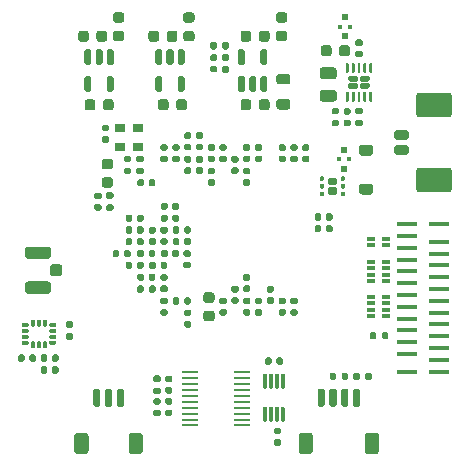
<source format=gbr>
G04 #@! TF.GenerationSoftware,KiCad,Pcbnew,8.0.4*
G04 #@! TF.CreationDate,2025-09-28T15:06:51-07:00*
G04 #@! TF.ProjectId,GMAX3412_breakout,474d4158-3334-4313-925f-627265616b6f,rev?*
G04 #@! TF.SameCoordinates,Original*
G04 #@! TF.FileFunction,Paste,Top*
G04 #@! TF.FilePolarity,Positive*
%FSLAX46Y46*%
G04 Gerber Fmt 4.6, Leading zero omitted, Abs format (unit mm)*
G04 Created by KiCad (PCBNEW 8.0.4) date 2025-09-28 15:06:51*
%MOMM*%
%LPD*%
G01*
G04 APERTURE LIST*
%ADD10R,0.850000X0.650000*%
%ADD11R,0.700000X0.300000*%
%ADD12R,1.358900X0.279400*%
%ADD13R,0.600000X0.600000*%
%ADD14R,0.400000X0.400000*%
%ADD15R,1.800000X0.300000*%
G04 APERTURE END LIST*
G04 #@! TO.C,C51*
G36*
G01*
X13760000Y-22330000D02*
X13760000Y-22670000D01*
G75*
G02*
X13620000Y-22810000I-140000J0D01*
G01*
X13340000Y-22810000D01*
G75*
G02*
X13200000Y-22670000I0J140000D01*
G01*
X13200000Y-22330000D01*
G75*
G02*
X13340000Y-22190000I140000J0D01*
G01*
X13620000Y-22190000D01*
G75*
G02*
X13760000Y-22330000I0J-140000D01*
G01*
G37*
G36*
G01*
X12800000Y-22330000D02*
X12800000Y-22670000D01*
G75*
G02*
X12660000Y-22810000I-140000J0D01*
G01*
X12380000Y-22810000D01*
G75*
G02*
X12240000Y-22670000I0J140000D01*
G01*
X12240000Y-22330000D01*
G75*
G02*
X12380000Y-22190000I140000J0D01*
G01*
X12660000Y-22190000D01*
G75*
G02*
X12800000Y-22330000I0J-140000D01*
G01*
G37*
G04 #@! TD*
G04 #@! TO.C,C40*
G36*
G01*
X20670000Y-24760000D02*
X20330000Y-24760000D01*
G75*
G02*
X20190000Y-24620000I0J140000D01*
G01*
X20190000Y-24340000D01*
G75*
G02*
X20330000Y-24200000I140000J0D01*
G01*
X20670000Y-24200000D01*
G75*
G02*
X20810000Y-24340000I0J-140000D01*
G01*
X20810000Y-24620000D01*
G75*
G02*
X20670000Y-24760000I-140000J0D01*
G01*
G37*
G36*
G01*
X20670000Y-23800000D02*
X20330000Y-23800000D01*
G75*
G02*
X20190000Y-23660000I0J140000D01*
G01*
X20190000Y-23380000D01*
G75*
G02*
X20330000Y-23240000I140000J0D01*
G01*
X20670000Y-23240000D01*
G75*
G02*
X20810000Y-23380000I0J-140000D01*
G01*
X20810000Y-23660000D01*
G75*
G02*
X20670000Y-23800000I-140000J0D01*
G01*
G37*
G04 #@! TD*
G04 #@! TO.C,C28*
G36*
G01*
X14240000Y-19670000D02*
X14240000Y-19330000D01*
G75*
G02*
X14380000Y-19190000I140000J0D01*
G01*
X14660000Y-19190000D01*
G75*
G02*
X14800000Y-19330000I0J-140000D01*
G01*
X14800000Y-19670000D01*
G75*
G02*
X14660000Y-19810000I-140000J0D01*
G01*
X14380000Y-19810000D01*
G75*
G02*
X14240000Y-19670000I0J140000D01*
G01*
G37*
G36*
G01*
X15200000Y-19670000D02*
X15200000Y-19330000D01*
G75*
G02*
X15340000Y-19190000I140000J0D01*
G01*
X15620000Y-19190000D01*
G75*
G02*
X15760000Y-19330000I0J-140000D01*
G01*
X15760000Y-19670000D01*
G75*
G02*
X15620000Y-19810000I-140000J0D01*
G01*
X15340000Y-19810000D01*
G75*
G02*
X15200000Y-19670000I0J140000D01*
G01*
G37*
G04 #@! TD*
G04 #@! TO.C,C44*
G36*
G01*
X20670000Y-26760000D02*
X20330000Y-26760000D01*
G75*
G02*
X20190000Y-26620000I0J140000D01*
G01*
X20190000Y-26340000D01*
G75*
G02*
X20330000Y-26200000I140000J0D01*
G01*
X20670000Y-26200000D01*
G75*
G02*
X20810000Y-26340000I0J-140000D01*
G01*
X20810000Y-26620000D01*
G75*
G02*
X20670000Y-26760000I-140000J0D01*
G01*
G37*
G36*
G01*
X20670000Y-25800000D02*
X20330000Y-25800000D01*
G75*
G02*
X20190000Y-25660000I0J140000D01*
G01*
X20190000Y-25380000D01*
G75*
G02*
X20330000Y-25240000I140000J0D01*
G01*
X20670000Y-25240000D01*
G75*
G02*
X20810000Y-25380000I0J-140000D01*
G01*
X20810000Y-25660000D01*
G75*
G02*
X20670000Y-25800000I-140000J0D01*
G01*
G37*
G04 #@! TD*
G04 #@! TO.C,C15*
G36*
G01*
X19330000Y-13240000D02*
X19670000Y-13240000D01*
G75*
G02*
X19810000Y-13380000I0J-140000D01*
G01*
X19810000Y-13660000D01*
G75*
G02*
X19670000Y-13800000I-140000J0D01*
G01*
X19330000Y-13800000D01*
G75*
G02*
X19190000Y-13660000I0J140000D01*
G01*
X19190000Y-13380000D01*
G75*
G02*
X19330000Y-13240000I140000J0D01*
G01*
G37*
G36*
G01*
X19330000Y-14200000D02*
X19670000Y-14200000D01*
G75*
G02*
X19810000Y-14340000I0J-140000D01*
G01*
X19810000Y-14620000D01*
G75*
G02*
X19670000Y-14760000I-140000J0D01*
G01*
X19330000Y-14760000D01*
G75*
G02*
X19190000Y-14620000I0J140000D01*
G01*
X19190000Y-14340000D01*
G75*
G02*
X19330000Y-14200000I140000J0D01*
G01*
G37*
G04 #@! TD*
G04 #@! TO.C,C65*
G36*
G01*
X14070000Y-33360000D02*
X13730000Y-33360000D01*
G75*
G02*
X13590000Y-33220000I0J140000D01*
G01*
X13590000Y-32940000D01*
G75*
G02*
X13730000Y-32800000I140000J0D01*
G01*
X14070000Y-32800000D01*
G75*
G02*
X14210000Y-32940000I0J-140000D01*
G01*
X14210000Y-33220000D01*
G75*
G02*
X14070000Y-33360000I-140000J0D01*
G01*
G37*
G36*
G01*
X14070000Y-32400000D02*
X13730000Y-32400000D01*
G75*
G02*
X13590000Y-32260000I0J140000D01*
G01*
X13590000Y-31980000D01*
G75*
G02*
X13730000Y-31840000I140000J0D01*
G01*
X14070000Y-31840000D01*
G75*
G02*
X14210000Y-31980000I0J-140000D01*
G01*
X14210000Y-32260000D01*
G75*
G02*
X14070000Y-32400000I-140000J0D01*
G01*
G37*
G04 #@! TD*
G04 #@! TO.C,J3*
G36*
G01*
X34050000Y-13125000D02*
X33150000Y-13125000D01*
G75*
G02*
X32950000Y-12925000I0J200000D01*
G01*
X32950000Y-12525000D01*
G75*
G02*
X33150000Y-12325000I200000J0D01*
G01*
X34050000Y-12325000D01*
G75*
G02*
X34250000Y-12525000I0J-200000D01*
G01*
X34250000Y-12925000D01*
G75*
G02*
X34050000Y-13125000I-200000J0D01*
G01*
G37*
G36*
G01*
X34050000Y-11875000D02*
X33150000Y-11875000D01*
G75*
G02*
X32950000Y-11675000I0J200000D01*
G01*
X32950000Y-11275000D01*
G75*
G02*
X33150000Y-11075000I200000J0D01*
G01*
X34050000Y-11075000D01*
G75*
G02*
X34250000Y-11275000I0J-200000D01*
G01*
X34250000Y-11675000D01*
G75*
G02*
X34050000Y-11875000I-200000J0D01*
G01*
G37*
G36*
G01*
X37599999Y-16325000D02*
X35100001Y-16325000D01*
G75*
G02*
X34850000Y-16074999I0J250001D01*
G01*
X34850000Y-14475001D01*
G75*
G02*
X35100001Y-14225000I250001J0D01*
G01*
X37599999Y-14225000D01*
G75*
G02*
X37850000Y-14475001I0J-250001D01*
G01*
X37850000Y-16074999D01*
G75*
G02*
X37599999Y-16325000I-250001J0D01*
G01*
G37*
G36*
G01*
X37599999Y-9975000D02*
X35100001Y-9975000D01*
G75*
G02*
X34850000Y-9724999I0J250001D01*
G01*
X34850000Y-8125001D01*
G75*
G02*
X35100001Y-7875000I250001J0D01*
G01*
X37599999Y-7875000D01*
G75*
G02*
X37850000Y-8125001I0J-250001D01*
G01*
X37850000Y-9724999D01*
G75*
G02*
X37599999Y-9975000I-250001J0D01*
G01*
G37*
G04 #@! TD*
D10*
G04 #@! TO.C,U2*
X9775000Y-10825000D03*
X9775000Y-12475000D03*
X11325000Y-12475000D03*
X11325000Y-10825000D03*
G04 #@! TD*
G04 #@! TO.C,U3*
G36*
G01*
X27345000Y-15560000D02*
X27345000Y-15240000D01*
G75*
G02*
X27505000Y-15080000I160000J0D01*
G01*
X27995000Y-15080000D01*
G75*
G02*
X28155000Y-15240000I0J-160000D01*
G01*
X28155000Y-15560000D01*
G75*
G02*
X27995000Y-15720000I-160000J0D01*
G01*
X27505000Y-15720000D01*
G75*
G02*
X27345000Y-15560000I0J160000D01*
G01*
G37*
G36*
G01*
X27345000Y-16360000D02*
X27345000Y-16040000D01*
G75*
G02*
X27505000Y-15880000I160000J0D01*
G01*
X27995000Y-15880000D01*
G75*
G02*
X28155000Y-16040000I0J-160000D01*
G01*
X28155000Y-16360000D01*
G75*
G02*
X27995000Y-16520000I-160000J0D01*
G01*
X27505000Y-16520000D01*
G75*
G02*
X27345000Y-16360000I0J160000D01*
G01*
G37*
G36*
G01*
X26675000Y-15256250D02*
X26675000Y-15043750D01*
G75*
G02*
X26768750Y-14950000I93750J0D01*
G01*
X26956250Y-14950000D01*
G75*
G02*
X27050000Y-15043750I0J-93750D01*
G01*
X27050000Y-15256250D01*
G75*
G02*
X26956250Y-15350000I-93750J0D01*
G01*
X26768750Y-15350000D01*
G75*
G02*
X26675000Y-15256250I0J93750D01*
G01*
G37*
G36*
G01*
X26675000Y-15906250D02*
X26675000Y-15693750D01*
G75*
G02*
X26768750Y-15600000I93750J0D01*
G01*
X26956250Y-15600000D01*
G75*
G02*
X27050000Y-15693750I0J-93750D01*
G01*
X27050000Y-15906250D01*
G75*
G02*
X26956250Y-16000000I-93750J0D01*
G01*
X26768750Y-16000000D01*
G75*
G02*
X26675000Y-15906250I0J93750D01*
G01*
G37*
G36*
G01*
X26675000Y-16556250D02*
X26675000Y-16343750D01*
G75*
G02*
X26768750Y-16250000I93750J0D01*
G01*
X26956250Y-16250000D01*
G75*
G02*
X27050000Y-16343750I0J-93750D01*
G01*
X27050000Y-16556250D01*
G75*
G02*
X26956250Y-16650000I-93750J0D01*
G01*
X26768750Y-16650000D01*
G75*
G02*
X26675000Y-16556250I0J93750D01*
G01*
G37*
G36*
G01*
X28450000Y-16556250D02*
X28450000Y-16343750D01*
G75*
G02*
X28543750Y-16250000I93750J0D01*
G01*
X28731250Y-16250000D01*
G75*
G02*
X28825000Y-16343750I0J-93750D01*
G01*
X28825000Y-16556250D01*
G75*
G02*
X28731250Y-16650000I-93750J0D01*
G01*
X28543750Y-16650000D01*
G75*
G02*
X28450000Y-16556250I0J93750D01*
G01*
G37*
G36*
G01*
X28450000Y-15906250D02*
X28450000Y-15693750D01*
G75*
G02*
X28543750Y-15600000I93750J0D01*
G01*
X28731250Y-15600000D01*
G75*
G02*
X28825000Y-15693750I0J-93750D01*
G01*
X28825000Y-15906250D01*
G75*
G02*
X28731250Y-16000000I-93750J0D01*
G01*
X28543750Y-16000000D01*
G75*
G02*
X28450000Y-15906250I0J93750D01*
G01*
G37*
G36*
G01*
X28450000Y-15256250D02*
X28450000Y-15043750D01*
G75*
G02*
X28543750Y-14950000I93750J0D01*
G01*
X28731250Y-14950000D01*
G75*
G02*
X28825000Y-15043750I0J-93750D01*
G01*
X28825000Y-15256250D01*
G75*
G02*
X28731250Y-15350000I-93750J0D01*
G01*
X28543750Y-15350000D01*
G75*
G02*
X28450000Y-15256250I0J93750D01*
G01*
G37*
G04 #@! TD*
G04 #@! TO.C,R2*
G36*
G01*
X12780000Y-24315000D02*
X12780000Y-24685000D01*
G75*
G02*
X12645000Y-24820000I-135000J0D01*
G01*
X12375000Y-24820000D01*
G75*
G02*
X12240000Y-24685000I0J135000D01*
G01*
X12240000Y-24315000D01*
G75*
G02*
X12375000Y-24180000I135000J0D01*
G01*
X12645000Y-24180000D01*
G75*
G02*
X12780000Y-24315000I0J-135000D01*
G01*
G37*
G36*
G01*
X11760000Y-24315000D02*
X11760000Y-24685000D01*
G75*
G02*
X11625000Y-24820000I-135000J0D01*
G01*
X11355000Y-24820000D01*
G75*
G02*
X11220000Y-24685000I0J135000D01*
G01*
X11220000Y-24315000D01*
G75*
G02*
X11355000Y-24180000I135000J0D01*
G01*
X11625000Y-24180000D01*
G75*
G02*
X11760000Y-24315000I0J-135000D01*
G01*
G37*
G04 #@! TD*
G04 #@! TO.C,R6*
G36*
G01*
X32480000Y-28265000D02*
X32480000Y-28635000D01*
G75*
G02*
X32345000Y-28770000I-135000J0D01*
G01*
X32075000Y-28770000D01*
G75*
G02*
X31940000Y-28635000I0J135000D01*
G01*
X31940000Y-28265000D01*
G75*
G02*
X32075000Y-28130000I135000J0D01*
G01*
X32345000Y-28130000D01*
G75*
G02*
X32480000Y-28265000I0J-135000D01*
G01*
G37*
G36*
G01*
X31460000Y-28265000D02*
X31460000Y-28635000D01*
G75*
G02*
X31325000Y-28770000I-135000J0D01*
G01*
X31055000Y-28770000D01*
G75*
G02*
X30920000Y-28635000I0J135000D01*
G01*
X30920000Y-28265000D01*
G75*
G02*
X31055000Y-28130000I135000J0D01*
G01*
X31325000Y-28130000D01*
G75*
G02*
X31460000Y-28265000I0J-135000D01*
G01*
G37*
G04 #@! TD*
G04 #@! TO.C,C2*
G36*
G01*
X13670000Y-24760000D02*
X13330000Y-24760000D01*
G75*
G02*
X13190000Y-24620000I0J140000D01*
G01*
X13190000Y-24340000D01*
G75*
G02*
X13330000Y-24200000I140000J0D01*
G01*
X13670000Y-24200000D01*
G75*
G02*
X13810000Y-24340000I0J-140000D01*
G01*
X13810000Y-24620000D01*
G75*
G02*
X13670000Y-24760000I-140000J0D01*
G01*
G37*
G36*
G01*
X13670000Y-23800000D02*
X13330000Y-23800000D01*
G75*
G02*
X13190000Y-23660000I0J140000D01*
G01*
X13190000Y-23380000D01*
G75*
G02*
X13330000Y-23240000I140000J0D01*
G01*
X13670000Y-23240000D01*
G75*
G02*
X13810000Y-23380000I0J-140000D01*
G01*
X13810000Y-23660000D01*
G75*
G02*
X13670000Y-23800000I-140000J0D01*
G01*
G37*
G04 #@! TD*
G04 #@! TO.C,C7*
G36*
G01*
X11760000Y-22330000D02*
X11760000Y-22670000D01*
G75*
G02*
X11620000Y-22810000I-140000J0D01*
G01*
X11340000Y-22810000D01*
G75*
G02*
X11200000Y-22670000I0J140000D01*
G01*
X11200000Y-22330000D01*
G75*
G02*
X11340000Y-22190000I140000J0D01*
G01*
X11620000Y-22190000D01*
G75*
G02*
X11760000Y-22330000I0J-140000D01*
G01*
G37*
G36*
G01*
X10800000Y-22330000D02*
X10800000Y-22670000D01*
G75*
G02*
X10660000Y-22810000I-140000J0D01*
G01*
X10380000Y-22810000D01*
G75*
G02*
X10240000Y-22670000I0J140000D01*
G01*
X10240000Y-22330000D01*
G75*
G02*
X10380000Y-22190000I140000J0D01*
G01*
X10660000Y-22190000D01*
G75*
G02*
X10800000Y-22330000I0J-140000D01*
G01*
G37*
G04 #@! TD*
G04 #@! TO.C,C4*
G36*
G01*
X16670000Y-12760000D02*
X16330000Y-12760000D01*
G75*
G02*
X16190000Y-12620000I0J140000D01*
G01*
X16190000Y-12340000D01*
G75*
G02*
X16330000Y-12200000I140000J0D01*
G01*
X16670000Y-12200000D01*
G75*
G02*
X16810000Y-12340000I0J-140000D01*
G01*
X16810000Y-12620000D01*
G75*
G02*
X16670000Y-12760000I-140000J0D01*
G01*
G37*
G36*
G01*
X16670000Y-11800000D02*
X16330000Y-11800000D01*
G75*
G02*
X16190000Y-11660000I0J140000D01*
G01*
X16190000Y-11380000D01*
G75*
G02*
X16330000Y-11240000I140000J0D01*
G01*
X16670000Y-11240000D01*
G75*
G02*
X16810000Y-11380000I0J-140000D01*
G01*
X16810000Y-11660000D01*
G75*
G02*
X16670000Y-11800000I-140000J0D01*
G01*
G37*
G04 #@! TD*
G04 #@! TO.C,C20*
G36*
G01*
X13240000Y-21670000D02*
X13240000Y-21330000D01*
G75*
G02*
X13380000Y-21190000I140000J0D01*
G01*
X13660000Y-21190000D01*
G75*
G02*
X13800000Y-21330000I0J-140000D01*
G01*
X13800000Y-21670000D01*
G75*
G02*
X13660000Y-21810000I-140000J0D01*
G01*
X13380000Y-21810000D01*
G75*
G02*
X13240000Y-21670000I0J140000D01*
G01*
G37*
G36*
G01*
X14200000Y-21670000D02*
X14200000Y-21330000D01*
G75*
G02*
X14340000Y-21190000I140000J0D01*
G01*
X14620000Y-21190000D01*
G75*
G02*
X14760000Y-21330000I0J-140000D01*
G01*
X14760000Y-21670000D01*
G75*
G02*
X14620000Y-21810000I-140000J0D01*
G01*
X14340000Y-21810000D01*
G75*
G02*
X14200000Y-21670000I0J140000D01*
G01*
G37*
G04 #@! TD*
G04 #@! TO.C,C52*
G36*
G01*
X24670000Y-26760000D02*
X24330000Y-26760000D01*
G75*
G02*
X24190000Y-26620000I0J140000D01*
G01*
X24190000Y-26340000D01*
G75*
G02*
X24330000Y-26200000I140000J0D01*
G01*
X24670000Y-26200000D01*
G75*
G02*
X24810000Y-26340000I0J-140000D01*
G01*
X24810000Y-26620000D01*
G75*
G02*
X24670000Y-26760000I-140000J0D01*
G01*
G37*
G36*
G01*
X24670000Y-25800000D02*
X24330000Y-25800000D01*
G75*
G02*
X24190000Y-25660000I0J140000D01*
G01*
X24190000Y-25380000D01*
G75*
G02*
X24330000Y-25240000I140000J0D01*
G01*
X24670000Y-25240000D01*
G75*
G02*
X24810000Y-25380000I0J-140000D01*
G01*
X24810000Y-25660000D01*
G75*
G02*
X24670000Y-25800000I-140000J0D01*
G01*
G37*
G04 #@! TD*
G04 #@! TO.C,J5*
G36*
G01*
X4875000Y-22650000D02*
X4875000Y-23150000D01*
G75*
G02*
X4625000Y-23400000I-250000J0D01*
G01*
X4075000Y-23400000D01*
G75*
G02*
X3825000Y-23150000I0J250000D01*
G01*
X3825000Y-22650000D01*
G75*
G02*
X4075000Y-22400000I250000J0D01*
G01*
X4625000Y-22400000D01*
G75*
G02*
X4875000Y-22650000I0J-250000D01*
G01*
G37*
G36*
G01*
X3925000Y-24100000D02*
X3925000Y-24650000D01*
G75*
G02*
X3675000Y-24900000I-250000J0D01*
G01*
X1975000Y-24900000D01*
G75*
G02*
X1725000Y-24650000I0J250000D01*
G01*
X1725000Y-24100000D01*
G75*
G02*
X1975000Y-23850000I250000J0D01*
G01*
X3675000Y-23850000D01*
G75*
G02*
X3925000Y-24100000I0J-250000D01*
G01*
G37*
G36*
G01*
X3925000Y-21150000D02*
X3925000Y-21700000D01*
G75*
G02*
X3675000Y-21950000I-250000J0D01*
G01*
X1975000Y-21950000D01*
G75*
G02*
X1725000Y-21700000I0J250000D01*
G01*
X1725000Y-21150000D01*
G75*
G02*
X1975000Y-20900000I250000J0D01*
G01*
X3675000Y-20900000D01*
G75*
G02*
X3925000Y-21150000I0J-250000D01*
G01*
G37*
G04 #@! TD*
G04 #@! TO.C,C69*
G36*
G01*
X22930000Y-36240000D02*
X23270000Y-36240000D01*
G75*
G02*
X23410000Y-36380000I0J-140000D01*
G01*
X23410000Y-36660000D01*
G75*
G02*
X23270000Y-36800000I-140000J0D01*
G01*
X22930000Y-36800000D01*
G75*
G02*
X22790000Y-36660000I0J140000D01*
G01*
X22790000Y-36380000D01*
G75*
G02*
X22930000Y-36240000I140000J0D01*
G01*
G37*
G36*
G01*
X22930000Y-37200000D02*
X23270000Y-37200000D01*
G75*
G02*
X23410000Y-37340000I0J-140000D01*
G01*
X23410000Y-37620000D01*
G75*
G02*
X23270000Y-37760000I-140000J0D01*
G01*
X22930000Y-37760000D01*
G75*
G02*
X22790000Y-37620000I0J140000D01*
G01*
X22790000Y-37340000D01*
G75*
G02*
X22930000Y-37200000I140000J0D01*
G01*
G37*
G04 #@! TD*
G04 #@! TO.C,U4*
G36*
G01*
X20200000Y-7800000D02*
X19900000Y-7800000D01*
G75*
G02*
X19750000Y-7650000I0J150000D01*
G01*
X19750000Y-6625000D01*
G75*
G02*
X19900000Y-6475000I150000J0D01*
G01*
X20200000Y-6475000D01*
G75*
G02*
X20350000Y-6625000I0J-150000D01*
G01*
X20350000Y-7650000D01*
G75*
G02*
X20200000Y-7800000I-150000J0D01*
G01*
G37*
G36*
G01*
X21150000Y-7800000D02*
X20850000Y-7800000D01*
G75*
G02*
X20700000Y-7650000I0J150000D01*
G01*
X20700000Y-6625000D01*
G75*
G02*
X20850000Y-6475000I150000J0D01*
G01*
X21150000Y-6475000D01*
G75*
G02*
X21300000Y-6625000I0J-150000D01*
G01*
X21300000Y-7650000D01*
G75*
G02*
X21150000Y-7800000I-150000J0D01*
G01*
G37*
G36*
G01*
X22100000Y-7800000D02*
X21800000Y-7800000D01*
G75*
G02*
X21650000Y-7650000I0J150000D01*
G01*
X21650000Y-6625000D01*
G75*
G02*
X21800000Y-6475000I150000J0D01*
G01*
X22100000Y-6475000D01*
G75*
G02*
X22250000Y-6625000I0J-150000D01*
G01*
X22250000Y-7650000D01*
G75*
G02*
X22100000Y-7800000I-150000J0D01*
G01*
G37*
G36*
G01*
X22100000Y-5525000D02*
X21800000Y-5525000D01*
G75*
G02*
X21650000Y-5375000I0J150000D01*
G01*
X21650000Y-4350000D01*
G75*
G02*
X21800000Y-4200000I150000J0D01*
G01*
X22100000Y-4200000D01*
G75*
G02*
X22250000Y-4350000I0J-150000D01*
G01*
X22250000Y-5375000D01*
G75*
G02*
X22100000Y-5525000I-150000J0D01*
G01*
G37*
G36*
G01*
X20200000Y-5525000D02*
X19900000Y-5525000D01*
G75*
G02*
X19750000Y-5375000I0J150000D01*
G01*
X19750000Y-4350000D01*
G75*
G02*
X19900000Y-4200000I150000J0D01*
G01*
X20200000Y-4200000D01*
G75*
G02*
X20350000Y-4350000I0J-150000D01*
G01*
X20350000Y-5375000D01*
G75*
G02*
X20200000Y-5525000I-150000J0D01*
G01*
G37*
G04 #@! TD*
D11*
G04 #@! TO.C,FL3*
X31025000Y-23275000D03*
X32275000Y-23275000D03*
X32275000Y-23825000D03*
X31025000Y-23825000D03*
G04 #@! TD*
G04 #@! TO.C,C32*
G36*
G01*
X29225000Y-4080000D02*
X29225000Y-4580000D01*
G75*
G02*
X29000000Y-4805000I-225000J0D01*
G01*
X28550000Y-4805000D01*
G75*
G02*
X28325000Y-4580000I0J225000D01*
G01*
X28325000Y-4080000D01*
G75*
G02*
X28550000Y-3855000I225000J0D01*
G01*
X29000000Y-3855000D01*
G75*
G02*
X29225000Y-4080000I0J-225000D01*
G01*
G37*
G36*
G01*
X27675000Y-4080000D02*
X27675000Y-4580000D01*
G75*
G02*
X27450000Y-4805000I-225000J0D01*
G01*
X27000000Y-4805000D01*
G75*
G02*
X26775000Y-4580000I0J225000D01*
G01*
X26775000Y-4080000D01*
G75*
G02*
X27000000Y-3855000I225000J0D01*
G01*
X27450000Y-3855000D01*
G75*
G02*
X27675000Y-4080000I0J-225000D01*
G01*
G37*
G04 #@! TD*
G04 #@! TO.C,C1*
G36*
G01*
X8380000Y-10590000D02*
X8720000Y-10590000D01*
G75*
G02*
X8860000Y-10730000I0J-140000D01*
G01*
X8860000Y-11010000D01*
G75*
G02*
X8720000Y-11150000I-140000J0D01*
G01*
X8380000Y-11150000D01*
G75*
G02*
X8240000Y-11010000I0J140000D01*
G01*
X8240000Y-10730000D01*
G75*
G02*
X8380000Y-10590000I140000J0D01*
G01*
G37*
G36*
G01*
X8380000Y-11550000D02*
X8720000Y-11550000D01*
G75*
G02*
X8860000Y-11690000I0J-140000D01*
G01*
X8860000Y-11970000D01*
G75*
G02*
X8720000Y-12110000I-140000J0D01*
G01*
X8380000Y-12110000D01*
G75*
G02*
X8240000Y-11970000I0J140000D01*
G01*
X8240000Y-11690000D01*
G75*
G02*
X8380000Y-11550000I140000J0D01*
G01*
G37*
G04 #@! TD*
G04 #@! TO.C,C16*
G36*
G01*
X14240000Y-20670000D02*
X14240000Y-20330000D01*
G75*
G02*
X14380000Y-20190000I140000J0D01*
G01*
X14660000Y-20190000D01*
G75*
G02*
X14800000Y-20330000I0J-140000D01*
G01*
X14800000Y-20670000D01*
G75*
G02*
X14660000Y-20810000I-140000J0D01*
G01*
X14380000Y-20810000D01*
G75*
G02*
X14240000Y-20670000I0J140000D01*
G01*
G37*
G36*
G01*
X15200000Y-20670000D02*
X15200000Y-20330000D01*
G75*
G02*
X15340000Y-20190000I140000J0D01*
G01*
X15620000Y-20190000D01*
G75*
G02*
X15760000Y-20330000I0J-140000D01*
G01*
X15760000Y-20670000D01*
G75*
G02*
X15620000Y-20810000I-140000J0D01*
G01*
X15340000Y-20810000D01*
G75*
G02*
X15200000Y-20670000I0J140000D01*
G01*
G37*
G04 #@! TD*
D12*
G04 #@! TO.C,U8*
X15671150Y-31549999D03*
X15671150Y-32049998D03*
X15671150Y-32550000D03*
X15671150Y-33049999D03*
X15671150Y-33550000D03*
X15671150Y-34050000D03*
X15671150Y-34549998D03*
X15671150Y-35050000D03*
X15671150Y-35549999D03*
X15671150Y-36050001D03*
X20128850Y-36050001D03*
X20128850Y-35550002D03*
X20128850Y-35050000D03*
X20128850Y-34550001D03*
X20128850Y-34050000D03*
X20128850Y-33550000D03*
X20128850Y-33050002D03*
X20128850Y-32550000D03*
X20128850Y-32050001D03*
X20128850Y-31549999D03*
G04 #@! TD*
G04 #@! TO.C,C68*
G36*
G01*
X22040000Y-30770000D02*
X22040000Y-30430000D01*
G75*
G02*
X22180000Y-30290000I140000J0D01*
G01*
X22460000Y-30290000D01*
G75*
G02*
X22600000Y-30430000I0J-140000D01*
G01*
X22600000Y-30770000D01*
G75*
G02*
X22460000Y-30910000I-140000J0D01*
G01*
X22180000Y-30910000D01*
G75*
G02*
X22040000Y-30770000I0J140000D01*
G01*
G37*
G36*
G01*
X23000000Y-30770000D02*
X23000000Y-30430000D01*
G75*
G02*
X23140000Y-30290000I140000J0D01*
G01*
X23420000Y-30290000D01*
G75*
G02*
X23560000Y-30430000I0J-140000D01*
G01*
X23560000Y-30770000D01*
G75*
G02*
X23420000Y-30910000I-140000J0D01*
G01*
X23140000Y-30910000D01*
G75*
G02*
X23000000Y-30770000I0J140000D01*
G01*
G37*
G04 #@! TD*
G04 #@! TO.C,C41*
G36*
G01*
X17550000Y-27225000D02*
X17050000Y-27225000D01*
G75*
G02*
X16825000Y-27000000I0J225000D01*
G01*
X16825000Y-26550000D01*
G75*
G02*
X17050000Y-26325000I225000J0D01*
G01*
X17550000Y-26325000D01*
G75*
G02*
X17775000Y-26550000I0J-225000D01*
G01*
X17775000Y-27000000D01*
G75*
G02*
X17550000Y-27225000I-225000J0D01*
G01*
G37*
G36*
G01*
X17550000Y-25675000D02*
X17050000Y-25675000D01*
G75*
G02*
X16825000Y-25450000I0J225000D01*
G01*
X16825000Y-25000000D01*
G75*
G02*
X17050000Y-24775000I225000J0D01*
G01*
X17550000Y-24775000D01*
G75*
G02*
X17775000Y-25000000I0J-225000D01*
G01*
X17775000Y-25450000D01*
G75*
G02*
X17550000Y-25675000I-225000J0D01*
G01*
G37*
G04 #@! TD*
D13*
G04 #@! TO.C,C30*
X28750000Y-14330000D03*
D14*
X28350000Y-13530000D03*
X29150000Y-13530000D03*
D13*
X28750000Y-12730000D03*
G04 #@! TD*
G04 #@! TO.C,C53*
G36*
G01*
X15670000Y-12760000D02*
X15330000Y-12760000D01*
G75*
G02*
X15190000Y-12620000I0J140000D01*
G01*
X15190000Y-12340000D01*
G75*
G02*
X15330000Y-12200000I140000J0D01*
G01*
X15670000Y-12200000D01*
G75*
G02*
X15810000Y-12340000I0J-140000D01*
G01*
X15810000Y-12620000D01*
G75*
G02*
X15670000Y-12760000I-140000J0D01*
G01*
G37*
G36*
G01*
X15670000Y-11800000D02*
X15330000Y-11800000D01*
G75*
G02*
X15190000Y-11660000I0J140000D01*
G01*
X15190000Y-11380000D01*
G75*
G02*
X15330000Y-11240000I140000J0D01*
G01*
X15670000Y-11240000D01*
G75*
G02*
X15810000Y-11380000I0J-140000D01*
G01*
X15810000Y-11660000D01*
G75*
G02*
X15670000Y-11800000I-140000J0D01*
G01*
G37*
G04 #@! TD*
G04 #@! TO.C,C3*
G36*
G01*
X16330000Y-13240000D02*
X16670000Y-13240000D01*
G75*
G02*
X16810000Y-13380000I0J-140000D01*
G01*
X16810000Y-13660000D01*
G75*
G02*
X16670000Y-13800000I-140000J0D01*
G01*
X16330000Y-13800000D01*
G75*
G02*
X16190000Y-13660000I0J140000D01*
G01*
X16190000Y-13380000D01*
G75*
G02*
X16330000Y-13240000I140000J0D01*
G01*
G37*
G36*
G01*
X16330000Y-14200000D02*
X16670000Y-14200000D01*
G75*
G02*
X16810000Y-14340000I0J-140000D01*
G01*
X16810000Y-14620000D01*
G75*
G02*
X16670000Y-14760000I-140000J0D01*
G01*
X16330000Y-14760000D01*
G75*
G02*
X16190000Y-14620000I0J140000D01*
G01*
X16190000Y-14340000D01*
G75*
G02*
X16330000Y-14200000I140000J0D01*
G01*
G37*
G04 #@! TD*
G04 #@! TO.C,C38*
G36*
G01*
X19975000Y-9150000D02*
X19975000Y-8650000D01*
G75*
G02*
X20200000Y-8425000I225000J0D01*
G01*
X20650000Y-8425000D01*
G75*
G02*
X20875000Y-8650000I0J-225000D01*
G01*
X20875000Y-9150000D01*
G75*
G02*
X20650000Y-9375000I-225000J0D01*
G01*
X20200000Y-9375000D01*
G75*
G02*
X19975000Y-9150000I0J225000D01*
G01*
G37*
G36*
G01*
X21525000Y-9150000D02*
X21525000Y-8650000D01*
G75*
G02*
X21750000Y-8425000I225000J0D01*
G01*
X22200000Y-8425000D01*
G75*
G02*
X22425000Y-8650000I0J-225000D01*
G01*
X22425000Y-9150000D01*
G75*
G02*
X22200000Y-9375000I-225000J0D01*
G01*
X21750000Y-9375000D01*
G75*
G02*
X21525000Y-9150000I0J225000D01*
G01*
G37*
G04 #@! TD*
G04 #@! TO.C,C31*
X28800000Y-1500000D03*
D14*
X29200000Y-2300000D03*
X28400000Y-2300000D03*
D13*
X28800000Y-3100000D03*
G04 #@! TD*
G04 #@! TO.C,C29*
G36*
G01*
X8070000Y-17860000D02*
X7730000Y-17860000D01*
G75*
G02*
X7590000Y-17720000I0J140000D01*
G01*
X7590000Y-17440000D01*
G75*
G02*
X7730000Y-17300000I140000J0D01*
G01*
X8070000Y-17300000D01*
G75*
G02*
X8210000Y-17440000I0J-140000D01*
G01*
X8210000Y-17720000D01*
G75*
G02*
X8070000Y-17860000I-140000J0D01*
G01*
G37*
G36*
G01*
X8070000Y-16900000D02*
X7730000Y-16900000D01*
G75*
G02*
X7590000Y-16760000I0J140000D01*
G01*
X7590000Y-16480000D01*
G75*
G02*
X7730000Y-16340000I140000J0D01*
G01*
X8070000Y-16340000D01*
G75*
G02*
X8210000Y-16480000I0J-140000D01*
G01*
X8210000Y-16760000D01*
G75*
G02*
X8070000Y-16900000I-140000J0D01*
G01*
G37*
G04 #@! TD*
G04 #@! TO.C,C34*
G36*
G01*
X30170000Y-4890000D02*
X29830000Y-4890000D01*
G75*
G02*
X29690000Y-4750000I0J140000D01*
G01*
X29690000Y-4470000D01*
G75*
G02*
X29830000Y-4330000I140000J0D01*
G01*
X30170000Y-4330000D01*
G75*
G02*
X30310000Y-4470000I0J-140000D01*
G01*
X30310000Y-4750000D01*
G75*
G02*
X30170000Y-4890000I-140000J0D01*
G01*
G37*
G36*
G01*
X30170000Y-3930000D02*
X29830000Y-3930000D01*
G75*
G02*
X29690000Y-3790000I0J140000D01*
G01*
X29690000Y-3510000D01*
G75*
G02*
X29830000Y-3370000I140000J0D01*
G01*
X30170000Y-3370000D01*
G75*
G02*
X30310000Y-3510000I0J-140000D01*
G01*
X30310000Y-3790000D01*
G75*
G02*
X30170000Y-3930000I-140000J0D01*
G01*
G37*
G04 #@! TD*
G04 #@! TO.C,C49*
G36*
G01*
X14330000Y-12240000D02*
X14670000Y-12240000D01*
G75*
G02*
X14810000Y-12380000I0J-140000D01*
G01*
X14810000Y-12660000D01*
G75*
G02*
X14670000Y-12800000I-140000J0D01*
G01*
X14330000Y-12800000D01*
G75*
G02*
X14190000Y-12660000I0J140000D01*
G01*
X14190000Y-12380000D01*
G75*
G02*
X14330000Y-12240000I140000J0D01*
G01*
G37*
G36*
G01*
X14330000Y-13200000D02*
X14670000Y-13200000D01*
G75*
G02*
X14810000Y-13340000I0J-140000D01*
G01*
X14810000Y-13620000D01*
G75*
G02*
X14670000Y-13760000I-140000J0D01*
G01*
X14330000Y-13760000D01*
G75*
G02*
X14190000Y-13620000I0J140000D01*
G01*
X14190000Y-13340000D01*
G75*
G02*
X14330000Y-13200000I140000J0D01*
G01*
G37*
G04 #@! TD*
G04 #@! TO.C,C25*
G36*
G01*
X27760000Y-18230000D02*
X27760000Y-18570000D01*
G75*
G02*
X27620000Y-18710000I-140000J0D01*
G01*
X27340000Y-18710000D01*
G75*
G02*
X27200000Y-18570000I0J140000D01*
G01*
X27200000Y-18230000D01*
G75*
G02*
X27340000Y-18090000I140000J0D01*
G01*
X27620000Y-18090000D01*
G75*
G02*
X27760000Y-18230000I0J-140000D01*
G01*
G37*
G36*
G01*
X26800000Y-18230000D02*
X26800000Y-18570000D01*
G75*
G02*
X26660000Y-18710000I-140000J0D01*
G01*
X26380000Y-18710000D01*
G75*
G02*
X26240000Y-18570000I0J140000D01*
G01*
X26240000Y-18230000D01*
G75*
G02*
X26380000Y-18090000I140000J0D01*
G01*
X26660000Y-18090000D01*
G75*
G02*
X26800000Y-18230000I0J-140000D01*
G01*
G37*
G04 #@! TD*
G04 #@! TO.C,U7*
G36*
G01*
X8800000Y-4200000D02*
X9100000Y-4200000D01*
G75*
G02*
X9250000Y-4350000I0J-150000D01*
G01*
X9250000Y-5375000D01*
G75*
G02*
X9100000Y-5525000I-150000J0D01*
G01*
X8800000Y-5525000D01*
G75*
G02*
X8650000Y-5375000I0J150000D01*
G01*
X8650000Y-4350000D01*
G75*
G02*
X8800000Y-4200000I150000J0D01*
G01*
G37*
G36*
G01*
X7850000Y-4200000D02*
X8150000Y-4200000D01*
G75*
G02*
X8300000Y-4350000I0J-150000D01*
G01*
X8300000Y-5375000D01*
G75*
G02*
X8150000Y-5525000I-150000J0D01*
G01*
X7850000Y-5525000D01*
G75*
G02*
X7700000Y-5375000I0J150000D01*
G01*
X7700000Y-4350000D01*
G75*
G02*
X7850000Y-4200000I150000J0D01*
G01*
G37*
G36*
G01*
X6900000Y-4200000D02*
X7200000Y-4200000D01*
G75*
G02*
X7350000Y-4350000I0J-150000D01*
G01*
X7350000Y-5375000D01*
G75*
G02*
X7200000Y-5525000I-150000J0D01*
G01*
X6900000Y-5525000D01*
G75*
G02*
X6750000Y-5375000I0J150000D01*
G01*
X6750000Y-4350000D01*
G75*
G02*
X6900000Y-4200000I150000J0D01*
G01*
G37*
G36*
G01*
X6900000Y-6475000D02*
X7200000Y-6475000D01*
G75*
G02*
X7350000Y-6625000I0J-150000D01*
G01*
X7350000Y-7650000D01*
G75*
G02*
X7200000Y-7800000I-150000J0D01*
G01*
X6900000Y-7800000D01*
G75*
G02*
X6750000Y-7650000I0J150000D01*
G01*
X6750000Y-6625000D01*
G75*
G02*
X6900000Y-6475000I150000J0D01*
G01*
G37*
G36*
G01*
X8800000Y-6475000D02*
X9100000Y-6475000D01*
G75*
G02*
X9250000Y-6625000I0J-150000D01*
G01*
X9250000Y-7650000D01*
G75*
G02*
X9100000Y-7800000I-150000J0D01*
G01*
X8800000Y-7800000D01*
G75*
G02*
X8650000Y-7650000I0J150000D01*
G01*
X8650000Y-6625000D01*
G75*
G02*
X8800000Y-6475000I150000J0D01*
G01*
G37*
G04 #@! TD*
G04 #@! TO.C,C63*
G36*
G01*
X23670000Y-26760000D02*
X23330000Y-26760000D01*
G75*
G02*
X23190000Y-26620000I0J140000D01*
G01*
X23190000Y-26340000D01*
G75*
G02*
X23330000Y-26200000I140000J0D01*
G01*
X23670000Y-26200000D01*
G75*
G02*
X23810000Y-26340000I0J-140000D01*
G01*
X23810000Y-26620000D01*
G75*
G02*
X23670000Y-26760000I-140000J0D01*
G01*
G37*
G36*
G01*
X23670000Y-25800000D02*
X23330000Y-25800000D01*
G75*
G02*
X23190000Y-25660000I0J140000D01*
G01*
X23190000Y-25380000D01*
G75*
G02*
X23330000Y-25240000I140000J0D01*
G01*
X23670000Y-25240000D01*
G75*
G02*
X23810000Y-25380000I0J-140000D01*
G01*
X23810000Y-25660000D01*
G75*
G02*
X23670000Y-25800000I-140000J0D01*
G01*
G37*
G04 #@! TD*
G04 #@! TO.C,C47*
G36*
G01*
X11240000Y-23670000D02*
X11240000Y-23330000D01*
G75*
G02*
X11380000Y-23190000I140000J0D01*
G01*
X11660000Y-23190000D01*
G75*
G02*
X11800000Y-23330000I0J-140000D01*
G01*
X11800000Y-23670000D01*
G75*
G02*
X11660000Y-23810000I-140000J0D01*
G01*
X11380000Y-23810000D01*
G75*
G02*
X11240000Y-23670000I0J140000D01*
G01*
G37*
G36*
G01*
X12200000Y-23670000D02*
X12200000Y-23330000D01*
G75*
G02*
X12340000Y-23190000I140000J0D01*
G01*
X12620000Y-23190000D01*
G75*
G02*
X12760000Y-23330000I0J-140000D01*
G01*
X12760000Y-23670000D01*
G75*
G02*
X12620000Y-23810000I-140000J0D01*
G01*
X12340000Y-23810000D01*
G75*
G02*
X12200000Y-23670000I0J140000D01*
G01*
G37*
G04 #@! TD*
G04 #@! TO.C,C42*
G36*
G01*
X25330000Y-12240000D02*
X25670000Y-12240000D01*
G75*
G02*
X25810000Y-12380000I0J-140000D01*
G01*
X25810000Y-12660000D01*
G75*
G02*
X25670000Y-12800000I-140000J0D01*
G01*
X25330000Y-12800000D01*
G75*
G02*
X25190000Y-12660000I0J140000D01*
G01*
X25190000Y-12380000D01*
G75*
G02*
X25330000Y-12240000I140000J0D01*
G01*
G37*
G36*
G01*
X25330000Y-13200000D02*
X25670000Y-13200000D01*
G75*
G02*
X25810000Y-13340000I0J-140000D01*
G01*
X25810000Y-13620000D01*
G75*
G02*
X25670000Y-13760000I-140000J0D01*
G01*
X25330000Y-13760000D01*
G75*
G02*
X25190000Y-13620000I0J140000D01*
G01*
X25190000Y-13340000D01*
G75*
G02*
X25330000Y-13200000I140000J0D01*
G01*
G37*
G04 #@! TD*
G04 #@! TO.C,C58*
G36*
G01*
X18330000Y-12240000D02*
X18670000Y-12240000D01*
G75*
G02*
X18810000Y-12380000I0J-140000D01*
G01*
X18810000Y-12660000D01*
G75*
G02*
X18670000Y-12800000I-140000J0D01*
G01*
X18330000Y-12800000D01*
G75*
G02*
X18190000Y-12660000I0J140000D01*
G01*
X18190000Y-12380000D01*
G75*
G02*
X18330000Y-12240000I140000J0D01*
G01*
G37*
G36*
G01*
X18330000Y-13200000D02*
X18670000Y-13200000D01*
G75*
G02*
X18810000Y-13340000I0J-140000D01*
G01*
X18810000Y-13620000D01*
G75*
G02*
X18670000Y-13760000I-140000J0D01*
G01*
X18330000Y-13760000D01*
G75*
G02*
X18190000Y-13620000I0J140000D01*
G01*
X18190000Y-13340000D01*
G75*
G02*
X18330000Y-13200000I140000J0D01*
G01*
G37*
G04 #@! TD*
G04 #@! TO.C,C21*
G36*
G01*
X22670000Y-25760000D02*
X22330000Y-25760000D01*
G75*
G02*
X22190000Y-25620000I0J140000D01*
G01*
X22190000Y-25340000D01*
G75*
G02*
X22330000Y-25200000I140000J0D01*
G01*
X22670000Y-25200000D01*
G75*
G02*
X22810000Y-25340000I0J-140000D01*
G01*
X22810000Y-25620000D01*
G75*
G02*
X22670000Y-25760000I-140000J0D01*
G01*
G37*
G36*
G01*
X22670000Y-24800000D02*
X22330000Y-24800000D01*
G75*
G02*
X22190000Y-24660000I0J140000D01*
G01*
X22190000Y-24380000D01*
G75*
G02*
X22330000Y-24240000I140000J0D01*
G01*
X22670000Y-24240000D01*
G75*
G02*
X22810000Y-24380000I0J-140000D01*
G01*
X22810000Y-24660000D01*
G75*
G02*
X22670000Y-24800000I-140000J0D01*
G01*
G37*
G04 #@! TD*
G04 #@! TO.C,R9*
G36*
G01*
X28185000Y-10730000D02*
X27815000Y-10730000D01*
G75*
G02*
X27680000Y-10595000I0J135000D01*
G01*
X27680000Y-10325000D01*
G75*
G02*
X27815000Y-10190000I135000J0D01*
G01*
X28185000Y-10190000D01*
G75*
G02*
X28320000Y-10325000I0J-135000D01*
G01*
X28320000Y-10595000D01*
G75*
G02*
X28185000Y-10730000I-135000J0D01*
G01*
G37*
G36*
G01*
X28185000Y-9710000D02*
X27815000Y-9710000D01*
G75*
G02*
X27680000Y-9575000I0J135000D01*
G01*
X27680000Y-9305000D01*
G75*
G02*
X27815000Y-9170000I135000J0D01*
G01*
X28185000Y-9170000D01*
G75*
G02*
X28320000Y-9305000I0J-135000D01*
G01*
X28320000Y-9575000D01*
G75*
G02*
X28185000Y-9710000I-135000J0D01*
G01*
G37*
G04 #@! TD*
G04 #@! TO.C,R7*
G36*
G01*
X18885000Y-6180000D02*
X18515000Y-6180000D01*
G75*
G02*
X18380000Y-6045000I0J135000D01*
G01*
X18380000Y-5775000D01*
G75*
G02*
X18515000Y-5640000I135000J0D01*
G01*
X18885000Y-5640000D01*
G75*
G02*
X19020000Y-5775000I0J-135000D01*
G01*
X19020000Y-6045000D01*
G75*
G02*
X18885000Y-6180000I-135000J0D01*
G01*
G37*
G36*
G01*
X18885000Y-5160000D02*
X18515000Y-5160000D01*
G75*
G02*
X18380000Y-5025000I0J135000D01*
G01*
X18380000Y-4755000D01*
G75*
G02*
X18515000Y-4620000I135000J0D01*
G01*
X18885000Y-4620000D01*
G75*
G02*
X19020000Y-4755000I0J-135000D01*
G01*
X19020000Y-5025000D01*
G75*
G02*
X18885000Y-5160000I-135000J0D01*
G01*
G37*
G04 #@! TD*
G04 #@! TO.C,C22*
G36*
G01*
X12670000Y-20760000D02*
X12330000Y-20760000D01*
G75*
G02*
X12190000Y-20620000I0J140000D01*
G01*
X12190000Y-20340000D01*
G75*
G02*
X12330000Y-20200000I140000J0D01*
G01*
X12670000Y-20200000D01*
G75*
G02*
X12810000Y-20340000I0J-140000D01*
G01*
X12810000Y-20620000D01*
G75*
G02*
X12670000Y-20760000I-140000J0D01*
G01*
G37*
G36*
G01*
X12670000Y-19800000D02*
X12330000Y-19800000D01*
G75*
G02*
X12190000Y-19660000I0J140000D01*
G01*
X12190000Y-19380000D01*
G75*
G02*
X12330000Y-19240000I140000J0D01*
G01*
X12670000Y-19240000D01*
G75*
G02*
X12810000Y-19380000I0J-140000D01*
G01*
X12810000Y-19660000D01*
G75*
G02*
X12670000Y-19800000I-140000J0D01*
G01*
G37*
G04 #@! TD*
G04 #@! TO.C,C37*
G36*
G01*
X22425000Y-2850000D02*
X22425000Y-3350000D01*
G75*
G02*
X22200000Y-3575000I-225000J0D01*
G01*
X21750000Y-3575000D01*
G75*
G02*
X21525000Y-3350000I0J225000D01*
G01*
X21525000Y-2850000D01*
G75*
G02*
X21750000Y-2625000I225000J0D01*
G01*
X22200000Y-2625000D01*
G75*
G02*
X22425000Y-2850000I0J-225000D01*
G01*
G37*
G36*
G01*
X20875000Y-2850000D02*
X20875000Y-3350000D01*
G75*
G02*
X20650000Y-3575000I-225000J0D01*
G01*
X20200000Y-3575000D01*
G75*
G02*
X19975000Y-3350000I0J225000D01*
G01*
X19975000Y-2850000D01*
G75*
G02*
X20200000Y-2625000I225000J0D01*
G01*
X20650000Y-2625000D01*
G75*
G02*
X20875000Y-2850000I0J-225000D01*
G01*
G37*
G04 #@! TD*
G04 #@! TO.C,C66*
G36*
G01*
X13730000Y-33740000D02*
X14070000Y-33740000D01*
G75*
G02*
X14210000Y-33880000I0J-140000D01*
G01*
X14210000Y-34160000D01*
G75*
G02*
X14070000Y-34300000I-140000J0D01*
G01*
X13730000Y-34300000D01*
G75*
G02*
X13590000Y-34160000I0J140000D01*
G01*
X13590000Y-33880000D01*
G75*
G02*
X13730000Y-33740000I140000J0D01*
G01*
G37*
G36*
G01*
X13730000Y-34700000D02*
X14070000Y-34700000D01*
G75*
G02*
X14210000Y-34840000I0J-140000D01*
G01*
X14210000Y-35120000D01*
G75*
G02*
X14070000Y-35260000I-140000J0D01*
G01*
X13730000Y-35260000D01*
G75*
G02*
X13590000Y-35120000I0J140000D01*
G01*
X13590000Y-34840000D01*
G75*
G02*
X13730000Y-34700000I140000J0D01*
G01*
G37*
G04 #@! TD*
G04 #@! TO.C,R12*
G36*
G01*
X10215000Y-13220000D02*
X10585000Y-13220000D01*
G75*
G02*
X10720000Y-13355000I0J-135000D01*
G01*
X10720000Y-13625000D01*
G75*
G02*
X10585000Y-13760000I-135000J0D01*
G01*
X10215000Y-13760000D01*
G75*
G02*
X10080000Y-13625000I0J135000D01*
G01*
X10080000Y-13355000D01*
G75*
G02*
X10215000Y-13220000I135000J0D01*
G01*
G37*
G36*
G01*
X10215000Y-14240000D02*
X10585000Y-14240000D01*
G75*
G02*
X10720000Y-14375000I0J-135000D01*
G01*
X10720000Y-14645000D01*
G75*
G02*
X10585000Y-14780000I-135000J0D01*
G01*
X10215000Y-14780000D01*
G75*
G02*
X10080000Y-14645000I0J135000D01*
G01*
X10080000Y-14375000D01*
G75*
G02*
X10215000Y-14240000I135000J0D01*
G01*
G37*
G04 #@! TD*
G04 #@! TO.C,C9*
G36*
G01*
X15425000Y-8650000D02*
X15425000Y-9150000D01*
G75*
G02*
X15200000Y-9375000I-225000J0D01*
G01*
X14750000Y-9375000D01*
G75*
G02*
X14525000Y-9150000I0J225000D01*
G01*
X14525000Y-8650000D01*
G75*
G02*
X14750000Y-8425000I225000J0D01*
G01*
X15200000Y-8425000D01*
G75*
G02*
X15425000Y-8650000I0J-225000D01*
G01*
G37*
G36*
G01*
X13875000Y-8650000D02*
X13875000Y-9150000D01*
G75*
G02*
X13650000Y-9375000I-225000J0D01*
G01*
X13200000Y-9375000D01*
G75*
G02*
X12975000Y-9150000I0J225000D01*
G01*
X12975000Y-8650000D01*
G75*
G02*
X13200000Y-8425000I225000J0D01*
G01*
X13650000Y-8425000D01*
G75*
G02*
X13875000Y-8650000I0J-225000D01*
G01*
G37*
G04 #@! TD*
G04 #@! TO.C,R3*
G36*
G01*
X8715000Y-16320000D02*
X9085000Y-16320000D01*
G75*
G02*
X9220000Y-16455000I0J-135000D01*
G01*
X9220000Y-16725000D01*
G75*
G02*
X9085000Y-16860000I-135000J0D01*
G01*
X8715000Y-16860000D01*
G75*
G02*
X8580000Y-16725000I0J135000D01*
G01*
X8580000Y-16455000D01*
G75*
G02*
X8715000Y-16320000I135000J0D01*
G01*
G37*
G36*
G01*
X8715000Y-17340000D02*
X9085000Y-17340000D01*
G75*
G02*
X9220000Y-17475000I0J-135000D01*
G01*
X9220000Y-17745000D01*
G75*
G02*
X9085000Y-17880000I-135000J0D01*
G01*
X8715000Y-17880000D01*
G75*
G02*
X8580000Y-17745000I0J135000D01*
G01*
X8580000Y-17475000D01*
G75*
G02*
X8715000Y-17340000I135000J0D01*
G01*
G37*
G04 #@! TD*
G04 #@! TO.C,C17*
G36*
G01*
X20330000Y-14240000D02*
X20670000Y-14240000D01*
G75*
G02*
X20810000Y-14380000I0J-140000D01*
G01*
X20810000Y-14660000D01*
G75*
G02*
X20670000Y-14800000I-140000J0D01*
G01*
X20330000Y-14800000D01*
G75*
G02*
X20190000Y-14660000I0J140000D01*
G01*
X20190000Y-14380000D01*
G75*
G02*
X20330000Y-14240000I140000J0D01*
G01*
G37*
G36*
G01*
X20330000Y-15200000D02*
X20670000Y-15200000D01*
G75*
G02*
X20810000Y-15340000I0J-140000D01*
G01*
X20810000Y-15620000D01*
G75*
G02*
X20670000Y-15760000I-140000J0D01*
G01*
X20330000Y-15760000D01*
G75*
G02*
X20190000Y-15620000I0J140000D01*
G01*
X20190000Y-15340000D01*
G75*
G02*
X20330000Y-15200000I140000J0D01*
G01*
G37*
G04 #@! TD*
G04 #@! TO.C,D1*
G36*
G01*
X30975000Y-16500000D02*
X30225000Y-16500000D01*
G75*
G02*
X30000000Y-16275000I0J225000D01*
G01*
X30000000Y-15825000D01*
G75*
G02*
X30225000Y-15600000I225000J0D01*
G01*
X30975000Y-15600000D01*
G75*
G02*
X31200000Y-15825000I0J-225000D01*
G01*
X31200000Y-16275000D01*
G75*
G02*
X30975000Y-16500000I-225000J0D01*
G01*
G37*
G36*
G01*
X30975000Y-13200000D02*
X30225000Y-13200000D01*
G75*
G02*
X30000000Y-12975000I0J225000D01*
G01*
X30000000Y-12525000D01*
G75*
G02*
X30225000Y-12300000I225000J0D01*
G01*
X30975000Y-12300000D01*
G75*
G02*
X31200000Y-12525000I0J-225000D01*
G01*
X31200000Y-12975000D01*
G75*
G02*
X30975000Y-13200000I-225000J0D01*
G01*
G37*
G04 #@! TD*
G04 #@! TO.C,C13*
G36*
G01*
X17330000Y-14240000D02*
X17670000Y-14240000D01*
G75*
G02*
X17810000Y-14380000I0J-140000D01*
G01*
X17810000Y-14660000D01*
G75*
G02*
X17670000Y-14800000I-140000J0D01*
G01*
X17330000Y-14800000D01*
G75*
G02*
X17190000Y-14660000I0J140000D01*
G01*
X17190000Y-14380000D01*
G75*
G02*
X17330000Y-14240000I140000J0D01*
G01*
G37*
G36*
G01*
X17330000Y-15200000D02*
X17670000Y-15200000D01*
G75*
G02*
X17810000Y-15340000I0J-140000D01*
G01*
X17810000Y-15620000D01*
G75*
G02*
X17670000Y-15760000I-140000J0D01*
G01*
X17330000Y-15760000D01*
G75*
G02*
X17190000Y-15620000I0J140000D01*
G01*
X17190000Y-15340000D01*
G75*
G02*
X17330000Y-15200000I140000J0D01*
G01*
G37*
G04 #@! TD*
G04 #@! TO.C,C27*
G36*
G01*
X19670000Y-25760000D02*
X19330000Y-25760000D01*
G75*
G02*
X19190000Y-25620000I0J140000D01*
G01*
X19190000Y-25340000D01*
G75*
G02*
X19330000Y-25200000I140000J0D01*
G01*
X19670000Y-25200000D01*
G75*
G02*
X19810000Y-25340000I0J-140000D01*
G01*
X19810000Y-25620000D01*
G75*
G02*
X19670000Y-25760000I-140000J0D01*
G01*
G37*
G36*
G01*
X19670000Y-24800000D02*
X19330000Y-24800000D01*
G75*
G02*
X19190000Y-24660000I0J140000D01*
G01*
X19190000Y-24380000D01*
G75*
G02*
X19330000Y-24240000I140000J0D01*
G01*
X19670000Y-24240000D01*
G75*
G02*
X19810000Y-24380000I0J-140000D01*
G01*
X19810000Y-24660000D01*
G75*
G02*
X19670000Y-24800000I-140000J0D01*
G01*
G37*
G04 #@! TD*
G04 #@! TO.C,R1*
G36*
G01*
X11635000Y-14780000D02*
X11265000Y-14780000D01*
G75*
G02*
X11130000Y-14645000I0J135000D01*
G01*
X11130000Y-14375000D01*
G75*
G02*
X11265000Y-14240000I135000J0D01*
G01*
X11635000Y-14240000D01*
G75*
G02*
X11770000Y-14375000I0J-135000D01*
G01*
X11770000Y-14645000D01*
G75*
G02*
X11635000Y-14780000I-135000J0D01*
G01*
G37*
G36*
G01*
X11635000Y-13760000D02*
X11265000Y-13760000D01*
G75*
G02*
X11130000Y-13625000I0J135000D01*
G01*
X11130000Y-13355000D01*
G75*
G02*
X11265000Y-13220000I135000J0D01*
G01*
X11635000Y-13220000D01*
G75*
G02*
X11770000Y-13355000I0J-135000D01*
G01*
X11770000Y-13625000D01*
G75*
G02*
X11635000Y-13760000I-135000J0D01*
G01*
G37*
G04 #@! TD*
D15*
G04 #@! TO.C,J2*
X36800000Y-30500000D03*
X34100000Y-30000000D03*
X36800000Y-29500000D03*
X34100000Y-29000000D03*
X36800000Y-28500000D03*
X34100000Y-28000000D03*
X36800000Y-27500000D03*
X34100000Y-27000000D03*
X36800000Y-26500000D03*
X34100000Y-26000000D03*
X36800000Y-25500000D03*
X34100000Y-25000000D03*
X36800000Y-24500000D03*
X34100000Y-24000000D03*
X36800000Y-23500000D03*
X34100000Y-23000000D03*
X36800000Y-22500000D03*
X34100000Y-22000000D03*
X36800000Y-21500000D03*
X34100000Y-21000000D03*
X36800000Y-20500000D03*
X34100000Y-20000000D03*
X36800000Y-19000000D03*
X34100000Y-19000000D03*
X36800000Y-31500000D03*
X34100000Y-31500000D03*
G04 #@! TD*
G04 #@! TO.C,C35*
G36*
G01*
X17530000Y-4640000D02*
X17870000Y-4640000D01*
G75*
G02*
X18010000Y-4780000I0J-140000D01*
G01*
X18010000Y-5060000D01*
G75*
G02*
X17870000Y-5200000I-140000J0D01*
G01*
X17530000Y-5200000D01*
G75*
G02*
X17390000Y-5060000I0J140000D01*
G01*
X17390000Y-4780000D01*
G75*
G02*
X17530000Y-4640000I140000J0D01*
G01*
G37*
G36*
G01*
X17530000Y-5600000D02*
X17870000Y-5600000D01*
G75*
G02*
X18010000Y-5740000I0J-140000D01*
G01*
X18010000Y-6020000D01*
G75*
G02*
X17870000Y-6160000I-140000J0D01*
G01*
X17530000Y-6160000D01*
G75*
G02*
X17390000Y-6020000I0J140000D01*
G01*
X17390000Y-5740000D01*
G75*
G02*
X17530000Y-5600000I140000J0D01*
G01*
G37*
G04 #@! TD*
G04 #@! TO.C,C10*
G36*
G01*
X10660000Y-21330000D02*
X10660000Y-21670000D01*
G75*
G02*
X10520000Y-21810000I-140000J0D01*
G01*
X10240000Y-21810000D01*
G75*
G02*
X10100000Y-21670000I0J140000D01*
G01*
X10100000Y-21330000D01*
G75*
G02*
X10240000Y-21190000I140000J0D01*
G01*
X10520000Y-21190000D01*
G75*
G02*
X10660000Y-21330000I0J-140000D01*
G01*
G37*
G36*
G01*
X9700000Y-21330000D02*
X9700000Y-21670000D01*
G75*
G02*
X9560000Y-21810000I-140000J0D01*
G01*
X9280000Y-21810000D01*
G75*
G02*
X9140000Y-21670000I0J140000D01*
G01*
X9140000Y-21330000D01*
G75*
G02*
X9280000Y-21190000I140000J0D01*
G01*
X9560000Y-21190000D01*
G75*
G02*
X9700000Y-21330000I0J-140000D01*
G01*
G37*
G04 #@! TD*
G04 #@! TO.C,FB3*
G36*
G01*
X15856250Y-3525000D02*
X15343750Y-3525000D01*
G75*
G02*
X15125000Y-3306250I0J218750D01*
G01*
X15125000Y-2868750D01*
G75*
G02*
X15343750Y-2650000I218750J0D01*
G01*
X15856250Y-2650000D01*
G75*
G02*
X16075000Y-2868750I0J-218750D01*
G01*
X16075000Y-3306250D01*
G75*
G02*
X15856250Y-3525000I-218750J0D01*
G01*
G37*
G36*
G01*
X15856250Y-1950000D02*
X15343750Y-1950000D01*
G75*
G02*
X15125000Y-1731250I0J218750D01*
G01*
X15125000Y-1293750D01*
G75*
G02*
X15343750Y-1075000I218750J0D01*
G01*
X15856250Y-1075000D01*
G75*
G02*
X16075000Y-1293750I0J-218750D01*
G01*
X16075000Y-1731250D01*
G75*
G02*
X15856250Y-1950000I-218750J0D01*
G01*
G37*
G04 #@! TD*
G04 #@! TO.C,C19*
G36*
G01*
X15330000Y-13240000D02*
X15670000Y-13240000D01*
G75*
G02*
X15810000Y-13380000I0J-140000D01*
G01*
X15810000Y-13660000D01*
G75*
G02*
X15670000Y-13800000I-140000J0D01*
G01*
X15330000Y-13800000D01*
G75*
G02*
X15190000Y-13660000I0J140000D01*
G01*
X15190000Y-13380000D01*
G75*
G02*
X15330000Y-13240000I140000J0D01*
G01*
G37*
G36*
G01*
X15330000Y-14200000D02*
X15670000Y-14200000D01*
G75*
G02*
X15810000Y-14340000I0J-140000D01*
G01*
X15810000Y-14620000D01*
G75*
G02*
X15670000Y-14760000I-140000J0D01*
G01*
X15330000Y-14760000D01*
G75*
G02*
X15190000Y-14620000I0J140000D01*
G01*
X15190000Y-14340000D01*
G75*
G02*
X15330000Y-14200000I140000J0D01*
G01*
G37*
G04 #@! TD*
G04 #@! TO.C,U9*
G36*
G01*
X1440000Y-27637500D02*
X1440000Y-27462500D01*
G75*
G02*
X1527500Y-27375000I87500J0D01*
G01*
X1942500Y-27375000D01*
G75*
G02*
X2030000Y-27462500I0J-87500D01*
G01*
X2030000Y-27637500D01*
G75*
G02*
X1942500Y-27725000I-87500J0D01*
G01*
X1527500Y-27725000D01*
G75*
G02*
X1440000Y-27637500I0J87500D01*
G01*
G37*
G36*
G01*
X1440000Y-28137500D02*
X1440000Y-27962500D01*
G75*
G02*
X1527500Y-27875000I87500J0D01*
G01*
X1942500Y-27875000D01*
G75*
G02*
X2030000Y-27962500I0J-87500D01*
G01*
X2030000Y-28137500D01*
G75*
G02*
X1942500Y-28225000I-87500J0D01*
G01*
X1527500Y-28225000D01*
G75*
G02*
X1440000Y-28137500I0J87500D01*
G01*
G37*
G36*
G01*
X1440000Y-28637500D02*
X1440000Y-28462500D01*
G75*
G02*
X1527500Y-28375000I87500J0D01*
G01*
X1942500Y-28375000D01*
G75*
G02*
X2030000Y-28462500I0J-87500D01*
G01*
X2030000Y-28637500D01*
G75*
G02*
X1942500Y-28725000I-87500J0D01*
G01*
X1527500Y-28725000D01*
G75*
G02*
X1440000Y-28637500I0J87500D01*
G01*
G37*
G36*
G01*
X1440000Y-29137500D02*
X1440000Y-28962500D01*
G75*
G02*
X1527500Y-28875000I87500J0D01*
G01*
X1942500Y-28875000D01*
G75*
G02*
X2030000Y-28962500I0J-87500D01*
G01*
X2030000Y-29137500D01*
G75*
G02*
X1942500Y-29225000I-87500J0D01*
G01*
X1527500Y-29225000D01*
G75*
G02*
X1440000Y-29137500I0J87500D01*
G01*
G37*
G36*
G01*
X2225000Y-29422500D02*
X2225000Y-29007500D01*
G75*
G02*
X2312500Y-28920000I87500J0D01*
G01*
X2487500Y-28920000D01*
G75*
G02*
X2575000Y-29007500I0J-87500D01*
G01*
X2575000Y-29422500D01*
G75*
G02*
X2487500Y-29510000I-87500J0D01*
G01*
X2312500Y-29510000D01*
G75*
G02*
X2225000Y-29422500I0J87500D01*
G01*
G37*
G36*
G01*
X2725000Y-29422500D02*
X2725000Y-29007500D01*
G75*
G02*
X2812500Y-28920000I87500J0D01*
G01*
X2987500Y-28920000D01*
G75*
G02*
X3075000Y-29007500I0J-87500D01*
G01*
X3075000Y-29422500D01*
G75*
G02*
X2987500Y-29510000I-87500J0D01*
G01*
X2812500Y-29510000D01*
G75*
G02*
X2725000Y-29422500I0J87500D01*
G01*
G37*
G36*
G01*
X3225000Y-29422500D02*
X3225000Y-29007500D01*
G75*
G02*
X3312500Y-28920000I87500J0D01*
G01*
X3487500Y-28920000D01*
G75*
G02*
X3575000Y-29007500I0J-87500D01*
G01*
X3575000Y-29422500D01*
G75*
G02*
X3487500Y-29510000I-87500J0D01*
G01*
X3312500Y-29510000D01*
G75*
G02*
X3225000Y-29422500I0J87500D01*
G01*
G37*
G36*
G01*
X3770000Y-29137500D02*
X3770000Y-28962500D01*
G75*
G02*
X3857500Y-28875000I87500J0D01*
G01*
X4272500Y-28875000D01*
G75*
G02*
X4360000Y-28962500I0J-87500D01*
G01*
X4360000Y-29137500D01*
G75*
G02*
X4272500Y-29225000I-87500J0D01*
G01*
X3857500Y-29225000D01*
G75*
G02*
X3770000Y-29137500I0J87500D01*
G01*
G37*
G36*
G01*
X3770000Y-28637500D02*
X3770000Y-28462500D01*
G75*
G02*
X3857500Y-28375000I87500J0D01*
G01*
X4272500Y-28375000D01*
G75*
G02*
X4360000Y-28462500I0J-87500D01*
G01*
X4360000Y-28637500D01*
G75*
G02*
X4272500Y-28725000I-87500J0D01*
G01*
X3857500Y-28725000D01*
G75*
G02*
X3770000Y-28637500I0J87500D01*
G01*
G37*
G36*
G01*
X3770000Y-28137500D02*
X3770000Y-27962500D01*
G75*
G02*
X3857500Y-27875000I87500J0D01*
G01*
X4272500Y-27875000D01*
G75*
G02*
X4360000Y-27962500I0J-87500D01*
G01*
X4360000Y-28137500D01*
G75*
G02*
X4272500Y-28225000I-87500J0D01*
G01*
X3857500Y-28225000D01*
G75*
G02*
X3770000Y-28137500I0J87500D01*
G01*
G37*
G36*
G01*
X3770000Y-27637500D02*
X3770000Y-27462500D01*
G75*
G02*
X3857500Y-27375000I87500J0D01*
G01*
X4272500Y-27375000D01*
G75*
G02*
X4360000Y-27462500I0J-87500D01*
G01*
X4360000Y-27637500D01*
G75*
G02*
X4272500Y-27725000I-87500J0D01*
G01*
X3857500Y-27725000D01*
G75*
G02*
X3770000Y-27637500I0J87500D01*
G01*
G37*
G36*
G01*
X3225000Y-27592500D02*
X3225000Y-27177500D01*
G75*
G02*
X3312500Y-27090000I87500J0D01*
G01*
X3487500Y-27090000D01*
G75*
G02*
X3575000Y-27177500I0J-87500D01*
G01*
X3575000Y-27592500D01*
G75*
G02*
X3487500Y-27680000I-87500J0D01*
G01*
X3312500Y-27680000D01*
G75*
G02*
X3225000Y-27592500I0J87500D01*
G01*
G37*
G36*
G01*
X2725000Y-27592500D02*
X2725000Y-27177500D01*
G75*
G02*
X2812500Y-27090000I87500J0D01*
G01*
X2987500Y-27090000D01*
G75*
G02*
X3075000Y-27177500I0J-87500D01*
G01*
X3075000Y-27592500D01*
G75*
G02*
X2987500Y-27680000I-87500J0D01*
G01*
X2812500Y-27680000D01*
G75*
G02*
X2725000Y-27592500I0J87500D01*
G01*
G37*
G36*
G01*
X2225000Y-27592500D02*
X2225000Y-27177500D01*
G75*
G02*
X2312500Y-27090000I87500J0D01*
G01*
X2487500Y-27090000D01*
G75*
G02*
X2575000Y-27177500I0J-87500D01*
G01*
X2575000Y-27592500D01*
G75*
G02*
X2487500Y-27680000I-87500J0D01*
G01*
X2312500Y-27680000D01*
G75*
G02*
X2225000Y-27592500I0J87500D01*
G01*
G37*
G04 #@! TD*
G04 #@! TO.C,C23*
G36*
G01*
X27760000Y-19230000D02*
X27760000Y-19570000D01*
G75*
G02*
X27620000Y-19710000I-140000J0D01*
G01*
X27340000Y-19710000D01*
G75*
G02*
X27200000Y-19570000I0J140000D01*
G01*
X27200000Y-19230000D01*
G75*
G02*
X27340000Y-19090000I140000J0D01*
G01*
X27620000Y-19090000D01*
G75*
G02*
X27760000Y-19230000I0J-140000D01*
G01*
G37*
G36*
G01*
X26800000Y-19230000D02*
X26800000Y-19570000D01*
G75*
G02*
X26660000Y-19710000I-140000J0D01*
G01*
X26380000Y-19710000D01*
G75*
G02*
X26240000Y-19570000I0J140000D01*
G01*
X26240000Y-19230000D01*
G75*
G02*
X26380000Y-19090000I140000J0D01*
G01*
X26660000Y-19090000D01*
G75*
G02*
X26800000Y-19230000I0J-140000D01*
G01*
G37*
G04 #@! TD*
G04 #@! TO.C,U10*
G36*
G01*
X23462500Y-31675000D02*
X23637500Y-31675000D01*
G75*
G02*
X23725000Y-31762500I0J-87500D01*
G01*
X23725000Y-32837500D01*
G75*
G02*
X23637500Y-32925000I-87500J0D01*
G01*
X23462500Y-32925000D01*
G75*
G02*
X23375000Y-32837500I0J87500D01*
G01*
X23375000Y-31762500D01*
G75*
G02*
X23462500Y-31675000I87500J0D01*
G01*
G37*
G36*
G01*
X22962500Y-31675000D02*
X23137500Y-31675000D01*
G75*
G02*
X23225000Y-31762500I0J-87500D01*
G01*
X23225000Y-32837500D01*
G75*
G02*
X23137500Y-32925000I-87500J0D01*
G01*
X22962500Y-32925000D01*
G75*
G02*
X22875000Y-32837500I0J87500D01*
G01*
X22875000Y-31762500D01*
G75*
G02*
X22962500Y-31675000I87500J0D01*
G01*
G37*
G36*
G01*
X22462500Y-31675000D02*
X22637500Y-31675000D01*
G75*
G02*
X22725000Y-31762500I0J-87500D01*
G01*
X22725000Y-32837500D01*
G75*
G02*
X22637500Y-32925000I-87500J0D01*
G01*
X22462500Y-32925000D01*
G75*
G02*
X22375000Y-32837500I0J87500D01*
G01*
X22375000Y-31762500D01*
G75*
G02*
X22462500Y-31675000I87500J0D01*
G01*
G37*
G36*
G01*
X21962500Y-31675000D02*
X22137500Y-31675000D01*
G75*
G02*
X22225000Y-31762500I0J-87500D01*
G01*
X22225000Y-32837500D01*
G75*
G02*
X22137500Y-32925000I-87500J0D01*
G01*
X21962500Y-32925000D01*
G75*
G02*
X21875000Y-32837500I0J87500D01*
G01*
X21875000Y-31762500D01*
G75*
G02*
X21962500Y-31675000I87500J0D01*
G01*
G37*
G36*
G01*
X21962500Y-34475000D02*
X22137500Y-34475000D01*
G75*
G02*
X22225000Y-34562500I0J-87500D01*
G01*
X22225000Y-35637500D01*
G75*
G02*
X22137500Y-35725000I-87500J0D01*
G01*
X21962500Y-35725000D01*
G75*
G02*
X21875000Y-35637500I0J87500D01*
G01*
X21875000Y-34562500D01*
G75*
G02*
X21962500Y-34475000I87500J0D01*
G01*
G37*
G36*
G01*
X22462500Y-34475000D02*
X22637500Y-34475000D01*
G75*
G02*
X22725000Y-34562500I0J-87500D01*
G01*
X22725000Y-35637500D01*
G75*
G02*
X22637500Y-35725000I-87500J0D01*
G01*
X22462500Y-35725000D01*
G75*
G02*
X22375000Y-35637500I0J87500D01*
G01*
X22375000Y-34562500D01*
G75*
G02*
X22462500Y-34475000I87500J0D01*
G01*
G37*
G36*
G01*
X22962500Y-34475000D02*
X23137500Y-34475000D01*
G75*
G02*
X23225000Y-34562500I0J-87500D01*
G01*
X23225000Y-35637500D01*
G75*
G02*
X23137500Y-35725000I-87500J0D01*
G01*
X22962500Y-35725000D01*
G75*
G02*
X22875000Y-35637500I0J87500D01*
G01*
X22875000Y-34562500D01*
G75*
G02*
X22962500Y-34475000I87500J0D01*
G01*
G37*
G36*
G01*
X23462500Y-34475000D02*
X23637500Y-34475000D01*
G75*
G02*
X23725000Y-34562500I0J-87500D01*
G01*
X23725000Y-35637500D01*
G75*
G02*
X23637500Y-35725000I-87500J0D01*
G01*
X23462500Y-35725000D01*
G75*
G02*
X23375000Y-35637500I0J87500D01*
G01*
X23375000Y-34562500D01*
G75*
G02*
X23462500Y-34475000I87500J0D01*
G01*
G37*
G04 #@! TD*
G04 #@! TO.C,J4*
G36*
G01*
X7500000Y-34325000D02*
X7500000Y-33075000D01*
G75*
G02*
X7650000Y-32925000I150000J0D01*
G01*
X7950000Y-32925000D01*
G75*
G02*
X8100000Y-33075000I0J-150000D01*
G01*
X8100000Y-34325000D01*
G75*
G02*
X7950000Y-34475000I-150000J0D01*
G01*
X7650000Y-34475000D01*
G75*
G02*
X7500000Y-34325000I0J150000D01*
G01*
G37*
G36*
G01*
X8500000Y-34325000D02*
X8500000Y-33075000D01*
G75*
G02*
X8650000Y-32925000I150000J0D01*
G01*
X8950000Y-32925000D01*
G75*
G02*
X9100000Y-33075000I0J-150000D01*
G01*
X9100000Y-34325000D01*
G75*
G02*
X8950000Y-34475000I-150000J0D01*
G01*
X8650000Y-34475000D01*
G75*
G02*
X8500000Y-34325000I0J150000D01*
G01*
G37*
G36*
G01*
X9500000Y-34325000D02*
X9500000Y-33075000D01*
G75*
G02*
X9650000Y-32925000I150000J0D01*
G01*
X9950000Y-32925000D01*
G75*
G02*
X10100000Y-33075000I0J-150000D01*
G01*
X10100000Y-34325000D01*
G75*
G02*
X9950000Y-34475000I-150000J0D01*
G01*
X9650000Y-34475000D01*
G75*
G02*
X9500000Y-34325000I0J150000D01*
G01*
G37*
G36*
G01*
X5900000Y-38225000D02*
X5900000Y-36925000D01*
G75*
G02*
X6150000Y-36675000I250000J0D01*
G01*
X6850000Y-36675000D01*
G75*
G02*
X7100000Y-36925000I0J-250000D01*
G01*
X7100000Y-38225000D01*
G75*
G02*
X6850000Y-38475000I-250000J0D01*
G01*
X6150000Y-38475000D01*
G75*
G02*
X5900000Y-38225000I0J250000D01*
G01*
G37*
G36*
G01*
X10500000Y-38225000D02*
X10500000Y-36925000D01*
G75*
G02*
X10750000Y-36675000I250000J0D01*
G01*
X11450000Y-36675000D01*
G75*
G02*
X11700000Y-36925000I0J-250000D01*
G01*
X11700000Y-38225000D01*
G75*
G02*
X11450000Y-38475000I-250000J0D01*
G01*
X10750000Y-38475000D01*
G75*
G02*
X10500000Y-38225000I0J250000D01*
G01*
G37*
G04 #@! TD*
G04 #@! TO.C,C67*
G36*
G01*
X13070000Y-35260000D02*
X12730000Y-35260000D01*
G75*
G02*
X12590000Y-35120000I0J140000D01*
G01*
X12590000Y-34840000D01*
G75*
G02*
X12730000Y-34700000I140000J0D01*
G01*
X13070000Y-34700000D01*
G75*
G02*
X13210000Y-34840000I0J-140000D01*
G01*
X13210000Y-35120000D01*
G75*
G02*
X13070000Y-35260000I-140000J0D01*
G01*
G37*
G36*
G01*
X13070000Y-34300000D02*
X12730000Y-34300000D01*
G75*
G02*
X12590000Y-34160000I0J140000D01*
G01*
X12590000Y-33880000D01*
G75*
G02*
X12730000Y-33740000I140000J0D01*
G01*
X13070000Y-33740000D01*
G75*
G02*
X13210000Y-33880000I0J-140000D01*
G01*
X13210000Y-34160000D01*
G75*
G02*
X13070000Y-34300000I-140000J0D01*
G01*
G37*
G04 #@! TD*
D11*
G04 #@! TO.C,FL4*
X31025000Y-25175000D03*
X32275000Y-25175000D03*
X32275000Y-25725000D03*
X31025000Y-25725000D03*
G04 #@! TD*
G04 #@! TO.C,C5*
G36*
G01*
X15760000Y-25330000D02*
X15760000Y-25670000D01*
G75*
G02*
X15620000Y-25810000I-140000J0D01*
G01*
X15340000Y-25810000D01*
G75*
G02*
X15200000Y-25670000I0J140000D01*
G01*
X15200000Y-25330000D01*
G75*
G02*
X15340000Y-25190000I140000J0D01*
G01*
X15620000Y-25190000D01*
G75*
G02*
X15760000Y-25330000I0J-140000D01*
G01*
G37*
G36*
G01*
X14800000Y-25330000D02*
X14800000Y-25670000D01*
G75*
G02*
X14660000Y-25810000I-140000J0D01*
G01*
X14380000Y-25810000D01*
G75*
G02*
X14240000Y-25670000I0J140000D01*
G01*
X14240000Y-25330000D01*
G75*
G02*
X14380000Y-25190000I140000J0D01*
G01*
X14660000Y-25190000D01*
G75*
G02*
X14800000Y-25330000I0J-140000D01*
G01*
G37*
G04 #@! TD*
G04 #@! TO.C,C26*
G36*
G01*
X11760000Y-19330000D02*
X11760000Y-19670000D01*
G75*
G02*
X11620000Y-19810000I-140000J0D01*
G01*
X11340000Y-19810000D01*
G75*
G02*
X11200000Y-19670000I0J140000D01*
G01*
X11200000Y-19330000D01*
G75*
G02*
X11340000Y-19190000I140000J0D01*
G01*
X11620000Y-19190000D01*
G75*
G02*
X11760000Y-19330000I0J-140000D01*
G01*
G37*
G36*
G01*
X10800000Y-19330000D02*
X10800000Y-19670000D01*
G75*
G02*
X10660000Y-19810000I-140000J0D01*
G01*
X10380000Y-19810000D01*
G75*
G02*
X10240000Y-19670000I0J140000D01*
G01*
X10240000Y-19330000D01*
G75*
G02*
X10380000Y-19190000I140000J0D01*
G01*
X10660000Y-19190000D01*
G75*
G02*
X10800000Y-19330000I0J-140000D01*
G01*
G37*
G04 #@! TD*
G04 #@! TO.C,R10*
G36*
G01*
X30185000Y-10730000D02*
X29815000Y-10730000D01*
G75*
G02*
X29680000Y-10595000I0J135000D01*
G01*
X29680000Y-10325000D01*
G75*
G02*
X29815000Y-10190000I135000J0D01*
G01*
X30185000Y-10190000D01*
G75*
G02*
X30320000Y-10325000I0J-135000D01*
G01*
X30320000Y-10595000D01*
G75*
G02*
X30185000Y-10730000I-135000J0D01*
G01*
G37*
G36*
G01*
X30185000Y-9710000D02*
X29815000Y-9710000D01*
G75*
G02*
X29680000Y-9575000I0J135000D01*
G01*
X29680000Y-9305000D01*
G75*
G02*
X29815000Y-9170000I135000J0D01*
G01*
X30185000Y-9170000D01*
G75*
G02*
X30320000Y-9305000I0J-135000D01*
G01*
X30320000Y-9575000D01*
G75*
G02*
X30185000Y-9710000I-135000J0D01*
G01*
G37*
G04 #@! TD*
G04 #@! TO.C,C48*
G36*
G01*
X13670000Y-26760000D02*
X13330000Y-26760000D01*
G75*
G02*
X13190000Y-26620000I0J140000D01*
G01*
X13190000Y-26340000D01*
G75*
G02*
X13330000Y-26200000I140000J0D01*
G01*
X13670000Y-26200000D01*
G75*
G02*
X13810000Y-26340000I0J-140000D01*
G01*
X13810000Y-26620000D01*
G75*
G02*
X13670000Y-26760000I-140000J0D01*
G01*
G37*
G36*
G01*
X13670000Y-25800000D02*
X13330000Y-25800000D01*
G75*
G02*
X13190000Y-25660000I0J140000D01*
G01*
X13190000Y-25380000D01*
G75*
G02*
X13330000Y-25240000I140000J0D01*
G01*
X13670000Y-25240000D01*
G75*
G02*
X13810000Y-25380000I0J-140000D01*
G01*
X13810000Y-25660000D01*
G75*
G02*
X13670000Y-25800000I-140000J0D01*
G01*
G37*
G04 #@! TD*
G04 #@! TO.C,C50*
G36*
G01*
X13240000Y-17670000D02*
X13240000Y-17330000D01*
G75*
G02*
X13380000Y-17190000I140000J0D01*
G01*
X13660000Y-17190000D01*
G75*
G02*
X13800000Y-17330000I0J-140000D01*
G01*
X13800000Y-17670000D01*
G75*
G02*
X13660000Y-17810000I-140000J0D01*
G01*
X13380000Y-17810000D01*
G75*
G02*
X13240000Y-17670000I0J140000D01*
G01*
G37*
G36*
G01*
X14200000Y-17670000D02*
X14200000Y-17330000D01*
G75*
G02*
X14340000Y-17190000I140000J0D01*
G01*
X14620000Y-17190000D01*
G75*
G02*
X14760000Y-17330000I0J-140000D01*
G01*
X14760000Y-17670000D01*
G75*
G02*
X14620000Y-17810000I-140000J0D01*
G01*
X14340000Y-17810000D01*
G75*
G02*
X14200000Y-17670000I0J140000D01*
G01*
G37*
G04 #@! TD*
G04 #@! TO.C,U5*
G36*
G01*
X29785000Y-7540000D02*
X29215000Y-7540000D01*
G75*
G02*
X29095000Y-7420000I0J120000D01*
G01*
X29095000Y-7180000D01*
G75*
G02*
X29215000Y-7060000I120000J0D01*
G01*
X29785000Y-7060000D01*
G75*
G02*
X29905000Y-7180000I0J-120000D01*
G01*
X29905000Y-7420000D01*
G75*
G02*
X29785000Y-7540000I-120000J0D01*
G01*
G37*
G36*
G01*
X30785000Y-7540000D02*
X30215000Y-7540000D01*
G75*
G02*
X30095000Y-7420000I0J120000D01*
G01*
X30095000Y-7180000D01*
G75*
G02*
X30215000Y-7060000I120000J0D01*
G01*
X30785000Y-7060000D01*
G75*
G02*
X30905000Y-7180000I0J-120000D01*
G01*
X30905000Y-7420000D01*
G75*
G02*
X30785000Y-7540000I-120000J0D01*
G01*
G37*
G36*
G01*
X29785000Y-6940000D02*
X29215000Y-6940000D01*
G75*
G02*
X29095000Y-6820000I0J120000D01*
G01*
X29095000Y-6580000D01*
G75*
G02*
X29215000Y-6460000I120000J0D01*
G01*
X29785000Y-6460000D01*
G75*
G02*
X29905000Y-6580000I0J-120000D01*
G01*
X29905000Y-6820000D01*
G75*
G02*
X29785000Y-6940000I-120000J0D01*
G01*
G37*
G36*
G01*
X30785000Y-6940000D02*
X30215000Y-6940000D01*
G75*
G02*
X30095000Y-6820000I0J120000D01*
G01*
X30095000Y-6580000D01*
G75*
G02*
X30215000Y-6460000I120000J0D01*
G01*
X30785000Y-6460000D01*
G75*
G02*
X30905000Y-6580000I0J-120000D01*
G01*
X30905000Y-6820000D01*
G75*
G02*
X30785000Y-6940000I-120000J0D01*
G01*
G37*
G36*
G01*
X29062500Y-8625000D02*
X28937500Y-8625000D01*
G75*
G02*
X28875000Y-8562500I0J62500D01*
G01*
X28875000Y-7862500D01*
G75*
G02*
X28937500Y-7800000I62500J0D01*
G01*
X29062500Y-7800000D01*
G75*
G02*
X29125000Y-7862500I0J-62500D01*
G01*
X29125000Y-8562500D01*
G75*
G02*
X29062500Y-8625000I-62500J0D01*
G01*
G37*
G36*
G01*
X29562500Y-8625000D02*
X29437500Y-8625000D01*
G75*
G02*
X29375000Y-8562500I0J62500D01*
G01*
X29375000Y-7862500D01*
G75*
G02*
X29437500Y-7800000I62500J0D01*
G01*
X29562500Y-7800000D01*
G75*
G02*
X29625000Y-7862500I0J-62500D01*
G01*
X29625000Y-8562500D01*
G75*
G02*
X29562500Y-8625000I-62500J0D01*
G01*
G37*
G36*
G01*
X30062500Y-8625000D02*
X29937500Y-8625000D01*
G75*
G02*
X29875000Y-8562500I0J62500D01*
G01*
X29875000Y-7862500D01*
G75*
G02*
X29937500Y-7800000I62500J0D01*
G01*
X30062500Y-7800000D01*
G75*
G02*
X30125000Y-7862500I0J-62500D01*
G01*
X30125000Y-8562500D01*
G75*
G02*
X30062500Y-8625000I-62500J0D01*
G01*
G37*
G36*
G01*
X30562500Y-8625000D02*
X30437500Y-8625000D01*
G75*
G02*
X30375000Y-8562500I0J62500D01*
G01*
X30375000Y-7862500D01*
G75*
G02*
X30437500Y-7800000I62500J0D01*
G01*
X30562500Y-7800000D01*
G75*
G02*
X30625000Y-7862500I0J-62500D01*
G01*
X30625000Y-8562500D01*
G75*
G02*
X30562500Y-8625000I-62500J0D01*
G01*
G37*
G36*
G01*
X31062500Y-8625000D02*
X30937500Y-8625000D01*
G75*
G02*
X30875000Y-8562500I0J62500D01*
G01*
X30875000Y-7862500D01*
G75*
G02*
X30937500Y-7800000I62500J0D01*
G01*
X31062500Y-7800000D01*
G75*
G02*
X31125000Y-7862500I0J-62500D01*
G01*
X31125000Y-8562500D01*
G75*
G02*
X31062500Y-8625000I-62500J0D01*
G01*
G37*
G36*
G01*
X31062500Y-6200000D02*
X30937500Y-6200000D01*
G75*
G02*
X30875000Y-6137500I0J62500D01*
G01*
X30875000Y-5437500D01*
G75*
G02*
X30937500Y-5375000I62500J0D01*
G01*
X31062500Y-5375000D01*
G75*
G02*
X31125000Y-5437500I0J-62500D01*
G01*
X31125000Y-6137500D01*
G75*
G02*
X31062500Y-6200000I-62500J0D01*
G01*
G37*
G36*
G01*
X30562500Y-6200000D02*
X30437500Y-6200000D01*
G75*
G02*
X30375000Y-6137500I0J62500D01*
G01*
X30375000Y-5437500D01*
G75*
G02*
X30437500Y-5375000I62500J0D01*
G01*
X30562500Y-5375000D01*
G75*
G02*
X30625000Y-5437500I0J-62500D01*
G01*
X30625000Y-6137500D01*
G75*
G02*
X30562500Y-6200000I-62500J0D01*
G01*
G37*
G36*
G01*
X30062500Y-6200000D02*
X29937500Y-6200000D01*
G75*
G02*
X29875000Y-6137500I0J62500D01*
G01*
X29875000Y-5437500D01*
G75*
G02*
X29937500Y-5375000I62500J0D01*
G01*
X30062500Y-5375000D01*
G75*
G02*
X30125000Y-5437500I0J-62500D01*
G01*
X30125000Y-6137500D01*
G75*
G02*
X30062500Y-6200000I-62500J0D01*
G01*
G37*
G36*
G01*
X29562500Y-6200000D02*
X29437500Y-6200000D01*
G75*
G02*
X29375000Y-6137500I0J62500D01*
G01*
X29375000Y-5437500D01*
G75*
G02*
X29437500Y-5375000I62500J0D01*
G01*
X29562500Y-5375000D01*
G75*
G02*
X29625000Y-5437500I0J-62500D01*
G01*
X29625000Y-6137500D01*
G75*
G02*
X29562500Y-6200000I-62500J0D01*
G01*
G37*
G36*
G01*
X29062500Y-6200000D02*
X28937500Y-6200000D01*
G75*
G02*
X28875000Y-6137500I0J62500D01*
G01*
X28875000Y-5437500D01*
G75*
G02*
X28937500Y-5375000I62500J0D01*
G01*
X29062500Y-5375000D01*
G75*
G02*
X29125000Y-5437500I0J-62500D01*
G01*
X29125000Y-6137500D01*
G75*
G02*
X29062500Y-6200000I-62500J0D01*
G01*
G37*
G04 #@! TD*
G04 #@! TO.C,C45*
G36*
G01*
X8950000Y-15925000D02*
X8450000Y-15925000D01*
G75*
G02*
X8225000Y-15700000I0J225000D01*
G01*
X8225000Y-15250000D01*
G75*
G02*
X8450000Y-15025000I225000J0D01*
G01*
X8950000Y-15025000D01*
G75*
G02*
X9175000Y-15250000I0J-225000D01*
G01*
X9175000Y-15700000D01*
G75*
G02*
X8950000Y-15925000I-225000J0D01*
G01*
G37*
G36*
G01*
X8950000Y-14375000D02*
X8450000Y-14375000D01*
G75*
G02*
X8225000Y-14150000I0J225000D01*
G01*
X8225000Y-13700000D01*
G75*
G02*
X8450000Y-13475000I225000J0D01*
G01*
X8950000Y-13475000D01*
G75*
G02*
X9175000Y-13700000I0J-225000D01*
G01*
X9175000Y-14150000D01*
G75*
G02*
X8950000Y-14375000I-225000J0D01*
G01*
G37*
G04 #@! TD*
G04 #@! TO.C,L1*
G36*
G01*
X23218750Y-6300000D02*
X23981250Y-6300000D01*
G75*
G02*
X24200000Y-6518750I0J-218750D01*
G01*
X24200000Y-6956250D01*
G75*
G02*
X23981250Y-7175000I-218750J0D01*
G01*
X23218750Y-7175000D01*
G75*
G02*
X23000000Y-6956250I0J218750D01*
G01*
X23000000Y-6518750D01*
G75*
G02*
X23218750Y-6300000I218750J0D01*
G01*
G37*
G36*
G01*
X23218750Y-8425000D02*
X23981250Y-8425000D01*
G75*
G02*
X24200000Y-8643750I0J-218750D01*
G01*
X24200000Y-9081250D01*
G75*
G02*
X23981250Y-9300000I-218750J0D01*
G01*
X23218750Y-9300000D01*
G75*
G02*
X23000000Y-9081250I0J218750D01*
G01*
X23000000Y-8643750D01*
G75*
G02*
X23218750Y-8425000I218750J0D01*
G01*
G37*
G04 #@! TD*
G04 #@! TO.C,C43*
G36*
G01*
X17330000Y-12240000D02*
X17670000Y-12240000D01*
G75*
G02*
X17810000Y-12380000I0J-140000D01*
G01*
X17810000Y-12660000D01*
G75*
G02*
X17670000Y-12800000I-140000J0D01*
G01*
X17330000Y-12800000D01*
G75*
G02*
X17190000Y-12660000I0J140000D01*
G01*
X17190000Y-12380000D01*
G75*
G02*
X17330000Y-12240000I140000J0D01*
G01*
G37*
G36*
G01*
X17330000Y-13200000D02*
X17670000Y-13200000D01*
G75*
G02*
X17810000Y-13340000I0J-140000D01*
G01*
X17810000Y-13620000D01*
G75*
G02*
X17670000Y-13760000I-140000J0D01*
G01*
X17330000Y-13760000D01*
G75*
G02*
X17190000Y-13620000I0J140000D01*
G01*
X17190000Y-13340000D01*
G75*
G02*
X17330000Y-13200000I140000J0D01*
G01*
G37*
G04 #@! TD*
G04 #@! TO.C,FL1*
X31025000Y-20225000D03*
X32275000Y-20225000D03*
X32275000Y-20775000D03*
X31025000Y-20775000D03*
G04 #@! TD*
G04 #@! TO.C,C54*
G36*
G01*
X24330000Y-12240000D02*
X24670000Y-12240000D01*
G75*
G02*
X24810000Y-12380000I0J-140000D01*
G01*
X24810000Y-12660000D01*
G75*
G02*
X24670000Y-12800000I-140000J0D01*
G01*
X24330000Y-12800000D01*
G75*
G02*
X24190000Y-12660000I0J140000D01*
G01*
X24190000Y-12380000D01*
G75*
G02*
X24330000Y-12240000I140000J0D01*
G01*
G37*
G36*
G01*
X24330000Y-13200000D02*
X24670000Y-13200000D01*
G75*
G02*
X24810000Y-13340000I0J-140000D01*
G01*
X24810000Y-13620000D01*
G75*
G02*
X24670000Y-13760000I-140000J0D01*
G01*
X24330000Y-13760000D01*
G75*
G02*
X24190000Y-13620000I0J140000D01*
G01*
X24190000Y-13340000D01*
G75*
G02*
X24330000Y-13200000I140000J0D01*
G01*
G37*
G04 #@! TD*
G04 #@! TO.C,FB1*
G36*
G01*
X9906250Y-3525000D02*
X9393750Y-3525000D01*
G75*
G02*
X9175000Y-3306250I0J218750D01*
G01*
X9175000Y-2868750D01*
G75*
G02*
X9393750Y-2650000I218750J0D01*
G01*
X9906250Y-2650000D01*
G75*
G02*
X10125000Y-2868750I0J-218750D01*
G01*
X10125000Y-3306250D01*
G75*
G02*
X9906250Y-3525000I-218750J0D01*
G01*
G37*
G36*
G01*
X9906250Y-1950000D02*
X9393750Y-1950000D01*
G75*
G02*
X9175000Y-1731250I0J218750D01*
G01*
X9175000Y-1293750D01*
G75*
G02*
X9393750Y-1075000I218750J0D01*
G01*
X9906250Y-1075000D01*
G75*
G02*
X10125000Y-1293750I0J-218750D01*
G01*
X10125000Y-1731250D01*
G75*
G02*
X9906250Y-1950000I-218750J0D01*
G01*
G37*
G04 #@! TD*
G04 #@! TO.C,C18*
G36*
G01*
X15280000Y-21220000D02*
X15620000Y-21220000D01*
G75*
G02*
X15760000Y-21360000I0J-140000D01*
G01*
X15760000Y-21640000D01*
G75*
G02*
X15620000Y-21780000I-140000J0D01*
G01*
X15280000Y-21780000D01*
G75*
G02*
X15140000Y-21640000I0J140000D01*
G01*
X15140000Y-21360000D01*
G75*
G02*
X15280000Y-21220000I140000J0D01*
G01*
G37*
G36*
G01*
X15280000Y-22180000D02*
X15620000Y-22180000D01*
G75*
G02*
X15760000Y-22320000I0J-140000D01*
G01*
X15760000Y-22600000D01*
G75*
G02*
X15620000Y-22740000I-140000J0D01*
G01*
X15280000Y-22740000D01*
G75*
G02*
X15140000Y-22600000I0J140000D01*
G01*
X15140000Y-22320000D01*
G75*
G02*
X15280000Y-22180000I140000J0D01*
G01*
G37*
G04 #@! TD*
G04 #@! TO.C,FL5*
X31025000Y-26275000D03*
X32275000Y-26275000D03*
X32275000Y-26825000D03*
X31025000Y-26825000D03*
G04 #@! TD*
G04 #@! TO.C,C24*
G36*
G01*
X11760000Y-18330000D02*
X11760000Y-18670000D01*
G75*
G02*
X11620000Y-18810000I-140000J0D01*
G01*
X11340000Y-18810000D01*
G75*
G02*
X11200000Y-18670000I0J140000D01*
G01*
X11200000Y-18330000D01*
G75*
G02*
X11340000Y-18190000I140000J0D01*
G01*
X11620000Y-18190000D01*
G75*
G02*
X11760000Y-18330000I0J-140000D01*
G01*
G37*
G36*
G01*
X10800000Y-18330000D02*
X10800000Y-18670000D01*
G75*
G02*
X10660000Y-18810000I-140000J0D01*
G01*
X10380000Y-18810000D01*
G75*
G02*
X10240000Y-18670000I0J140000D01*
G01*
X10240000Y-18330000D01*
G75*
G02*
X10380000Y-18190000I140000J0D01*
G01*
X10660000Y-18190000D01*
G75*
G02*
X10800000Y-18330000I0J-140000D01*
G01*
G37*
G04 #@! TD*
G04 #@! TO.C,C6*
G36*
G01*
X15670000Y-27760000D02*
X15330000Y-27760000D01*
G75*
G02*
X15190000Y-27620000I0J140000D01*
G01*
X15190000Y-27340000D01*
G75*
G02*
X15330000Y-27200000I140000J0D01*
G01*
X15670000Y-27200000D01*
G75*
G02*
X15810000Y-27340000I0J-140000D01*
G01*
X15810000Y-27620000D01*
G75*
G02*
X15670000Y-27760000I-140000J0D01*
G01*
G37*
G36*
G01*
X15670000Y-26800000D02*
X15330000Y-26800000D01*
G75*
G02*
X15190000Y-26660000I0J140000D01*
G01*
X15190000Y-26380000D01*
G75*
G02*
X15330000Y-26240000I140000J0D01*
G01*
X15670000Y-26240000D01*
G75*
G02*
X15810000Y-26380000I0J-140000D01*
G01*
X15810000Y-26660000D01*
G75*
G02*
X15670000Y-26800000I-140000J0D01*
G01*
G37*
G04 #@! TD*
G04 #@! TO.C,C55*
G36*
G01*
X11760000Y-20330000D02*
X11760000Y-20670000D01*
G75*
G02*
X11620000Y-20810000I-140000J0D01*
G01*
X11340000Y-20810000D01*
G75*
G02*
X11200000Y-20670000I0J140000D01*
G01*
X11200000Y-20330000D01*
G75*
G02*
X11340000Y-20190000I140000J0D01*
G01*
X11620000Y-20190000D01*
G75*
G02*
X11760000Y-20330000I0J-140000D01*
G01*
G37*
G36*
G01*
X10800000Y-20330000D02*
X10800000Y-20670000D01*
G75*
G02*
X10660000Y-20810000I-140000J0D01*
G01*
X10380000Y-20810000D01*
G75*
G02*
X10240000Y-20670000I0J140000D01*
G01*
X10240000Y-20330000D01*
G75*
G02*
X10380000Y-20190000I140000J0D01*
G01*
X10660000Y-20190000D01*
G75*
G02*
X10800000Y-20330000I0J-140000D01*
G01*
G37*
G04 #@! TD*
G04 #@! TO.C,C12*
G36*
G01*
X13670000Y-20760000D02*
X13330000Y-20760000D01*
G75*
G02*
X13190000Y-20620000I0J140000D01*
G01*
X13190000Y-20340000D01*
G75*
G02*
X13330000Y-20200000I140000J0D01*
G01*
X13670000Y-20200000D01*
G75*
G02*
X13810000Y-20340000I0J-140000D01*
G01*
X13810000Y-20620000D01*
G75*
G02*
X13670000Y-20760000I-140000J0D01*
G01*
G37*
G36*
G01*
X13670000Y-19800000D02*
X13330000Y-19800000D01*
G75*
G02*
X13190000Y-19660000I0J140000D01*
G01*
X13190000Y-19380000D01*
G75*
G02*
X13330000Y-19240000I140000J0D01*
G01*
X13670000Y-19240000D01*
G75*
G02*
X13810000Y-19380000I0J-140000D01*
G01*
X13810000Y-19660000D01*
G75*
G02*
X13670000Y-19800000I-140000J0D01*
G01*
G37*
G04 #@! TD*
G04 #@! TO.C,C64*
G36*
G01*
X13670000Y-13760000D02*
X13330000Y-13760000D01*
G75*
G02*
X13190000Y-13620000I0J140000D01*
G01*
X13190000Y-13340000D01*
G75*
G02*
X13330000Y-13200000I140000J0D01*
G01*
X13670000Y-13200000D01*
G75*
G02*
X13810000Y-13340000I0J-140000D01*
G01*
X13810000Y-13620000D01*
G75*
G02*
X13670000Y-13760000I-140000J0D01*
G01*
G37*
G36*
G01*
X13670000Y-12800000D02*
X13330000Y-12800000D01*
G75*
G02*
X13190000Y-12660000I0J140000D01*
G01*
X13190000Y-12380000D01*
G75*
G02*
X13330000Y-12240000I140000J0D01*
G01*
X13670000Y-12240000D01*
G75*
G02*
X13810000Y-12380000I0J-140000D01*
G01*
X13810000Y-12660000D01*
G75*
G02*
X13670000Y-12800000I-140000J0D01*
G01*
G37*
G04 #@! TD*
G04 #@! TO.C,C71*
G36*
G01*
X4560000Y-30180000D02*
X4560000Y-30520000D01*
G75*
G02*
X4420000Y-30660000I-140000J0D01*
G01*
X4140000Y-30660000D01*
G75*
G02*
X4000000Y-30520000I0J140000D01*
G01*
X4000000Y-30180000D01*
G75*
G02*
X4140000Y-30040000I140000J0D01*
G01*
X4420000Y-30040000D01*
G75*
G02*
X4560000Y-30180000I0J-140000D01*
G01*
G37*
G36*
G01*
X3600000Y-30180000D02*
X3600000Y-30520000D01*
G75*
G02*
X3460000Y-30660000I-140000J0D01*
G01*
X3180000Y-30660000D01*
G75*
G02*
X3040000Y-30520000I0J140000D01*
G01*
X3040000Y-30180000D01*
G75*
G02*
X3180000Y-30040000I140000J0D01*
G01*
X3460000Y-30040000D01*
G75*
G02*
X3600000Y-30180000I0J-140000D01*
G01*
G37*
G04 #@! TD*
G04 #@! TO.C,C33*
G36*
G01*
X6225000Y-3350000D02*
X6225000Y-2850000D01*
G75*
G02*
X6450000Y-2625000I225000J0D01*
G01*
X6900000Y-2625000D01*
G75*
G02*
X7125000Y-2850000I0J-225000D01*
G01*
X7125000Y-3350000D01*
G75*
G02*
X6900000Y-3575000I-225000J0D01*
G01*
X6450000Y-3575000D01*
G75*
G02*
X6225000Y-3350000I0J225000D01*
G01*
G37*
G36*
G01*
X7775000Y-3350000D02*
X7775000Y-2850000D01*
G75*
G02*
X8000000Y-2625000I225000J0D01*
G01*
X8450000Y-2625000D01*
G75*
G02*
X8675000Y-2850000I0J-225000D01*
G01*
X8675000Y-3350000D01*
G75*
G02*
X8450000Y-3575000I-225000J0D01*
G01*
X8000000Y-3575000D01*
G75*
G02*
X7775000Y-3350000I0J225000D01*
G01*
G37*
G04 #@! TD*
G04 #@! TO.C,C14*
G36*
G01*
X12760000Y-21330000D02*
X12760000Y-21670000D01*
G75*
G02*
X12620000Y-21810000I-140000J0D01*
G01*
X12340000Y-21810000D01*
G75*
G02*
X12200000Y-21670000I0J140000D01*
G01*
X12200000Y-21330000D01*
G75*
G02*
X12340000Y-21190000I140000J0D01*
G01*
X12620000Y-21190000D01*
G75*
G02*
X12760000Y-21330000I0J-140000D01*
G01*
G37*
G36*
G01*
X11800000Y-21330000D02*
X11800000Y-21670000D01*
G75*
G02*
X11660000Y-21810000I-140000J0D01*
G01*
X11380000Y-21810000D01*
G75*
G02*
X11240000Y-21670000I0J140000D01*
G01*
X11240000Y-21330000D01*
G75*
G02*
X11380000Y-21190000I140000J0D01*
G01*
X11660000Y-21190000D01*
G75*
G02*
X11800000Y-21330000I0J-140000D01*
G01*
G37*
G04 #@! TD*
G04 #@! TO.C,C57*
G36*
G01*
X21670000Y-26760000D02*
X21330000Y-26760000D01*
G75*
G02*
X21190000Y-26620000I0J140000D01*
G01*
X21190000Y-26340000D01*
G75*
G02*
X21330000Y-26200000I140000J0D01*
G01*
X21670000Y-26200000D01*
G75*
G02*
X21810000Y-26340000I0J-140000D01*
G01*
X21810000Y-26620000D01*
G75*
G02*
X21670000Y-26760000I-140000J0D01*
G01*
G37*
G36*
G01*
X21670000Y-25800000D02*
X21330000Y-25800000D01*
G75*
G02*
X21190000Y-25660000I0J140000D01*
G01*
X21190000Y-25380000D01*
G75*
G02*
X21330000Y-25240000I140000J0D01*
G01*
X21670000Y-25240000D01*
G75*
G02*
X21810000Y-25380000I0J-140000D01*
G01*
X21810000Y-25660000D01*
G75*
G02*
X21670000Y-25800000I-140000J0D01*
G01*
G37*
G04 #@! TD*
G04 #@! TO.C,R11*
G36*
G01*
X12715000Y-31820000D02*
X13085000Y-31820000D01*
G75*
G02*
X13220000Y-31955000I0J-135000D01*
G01*
X13220000Y-32225000D01*
G75*
G02*
X13085000Y-32360000I-135000J0D01*
G01*
X12715000Y-32360000D01*
G75*
G02*
X12580000Y-32225000I0J135000D01*
G01*
X12580000Y-31955000D01*
G75*
G02*
X12715000Y-31820000I135000J0D01*
G01*
G37*
G36*
G01*
X12715000Y-32840000D02*
X13085000Y-32840000D01*
G75*
G02*
X13220000Y-32975000I0J-135000D01*
G01*
X13220000Y-33245000D01*
G75*
G02*
X13085000Y-33380000I-135000J0D01*
G01*
X12715000Y-33380000D01*
G75*
G02*
X12580000Y-33245000I0J135000D01*
G01*
X12580000Y-32975000D01*
G75*
G02*
X12715000Y-32840000I135000J0D01*
G01*
G37*
G04 #@! TD*
G04 #@! TO.C,C11*
G36*
G01*
X20330000Y-12240000D02*
X20670000Y-12240000D01*
G75*
G02*
X20810000Y-12380000I0J-140000D01*
G01*
X20810000Y-12660000D01*
G75*
G02*
X20670000Y-12800000I-140000J0D01*
G01*
X20330000Y-12800000D01*
G75*
G02*
X20190000Y-12660000I0J140000D01*
G01*
X20190000Y-12380000D01*
G75*
G02*
X20330000Y-12240000I140000J0D01*
G01*
G37*
G36*
G01*
X20330000Y-13200000D02*
X20670000Y-13200000D01*
G75*
G02*
X20810000Y-13340000I0J-140000D01*
G01*
X20810000Y-13620000D01*
G75*
G02*
X20670000Y-13760000I-140000J0D01*
G01*
X20330000Y-13760000D01*
G75*
G02*
X20190000Y-13620000I0J140000D01*
G01*
X20190000Y-13340000D01*
G75*
G02*
X20330000Y-13200000I140000J0D01*
G01*
G37*
G04 #@! TD*
G04 #@! TO.C,C59*
G36*
G01*
X21330000Y-12240000D02*
X21670000Y-12240000D01*
G75*
G02*
X21810000Y-12380000I0J-140000D01*
G01*
X21810000Y-12660000D01*
G75*
G02*
X21670000Y-12800000I-140000J0D01*
G01*
X21330000Y-12800000D01*
G75*
G02*
X21190000Y-12660000I0J140000D01*
G01*
X21190000Y-12380000D01*
G75*
G02*
X21330000Y-12240000I140000J0D01*
G01*
G37*
G36*
G01*
X21330000Y-13200000D02*
X21670000Y-13200000D01*
G75*
G02*
X21810000Y-13340000I0J-140000D01*
G01*
X21810000Y-13620000D01*
G75*
G02*
X21670000Y-13760000I-140000J0D01*
G01*
X21330000Y-13760000D01*
G75*
G02*
X21190000Y-13620000I0J140000D01*
G01*
X21190000Y-13340000D01*
G75*
G02*
X21330000Y-13200000I140000J0D01*
G01*
G37*
G04 #@! TD*
G04 #@! TO.C,C60*
G36*
G01*
X18670000Y-26760000D02*
X18330000Y-26760000D01*
G75*
G02*
X18190000Y-26620000I0J140000D01*
G01*
X18190000Y-26340000D01*
G75*
G02*
X18330000Y-26200000I140000J0D01*
G01*
X18670000Y-26200000D01*
G75*
G02*
X18810000Y-26340000I0J-140000D01*
G01*
X18810000Y-26620000D01*
G75*
G02*
X18670000Y-26760000I-140000J0D01*
G01*
G37*
G36*
G01*
X18670000Y-25800000D02*
X18330000Y-25800000D01*
G75*
G02*
X18190000Y-25660000I0J140000D01*
G01*
X18190000Y-25380000D01*
G75*
G02*
X18330000Y-25240000I140000J0D01*
G01*
X18670000Y-25240000D01*
G75*
G02*
X18810000Y-25380000I0J-140000D01*
G01*
X18810000Y-25660000D01*
G75*
G02*
X18670000Y-25800000I-140000J0D01*
G01*
G37*
G04 #@! TD*
G04 #@! TO.C,C72*
G36*
G01*
X2660000Y-30180000D02*
X2660000Y-30520000D01*
G75*
G02*
X2520000Y-30660000I-140000J0D01*
G01*
X2240000Y-30660000D01*
G75*
G02*
X2100000Y-30520000I0J140000D01*
G01*
X2100000Y-30180000D01*
G75*
G02*
X2240000Y-30040000I140000J0D01*
G01*
X2520000Y-30040000D01*
G75*
G02*
X2660000Y-30180000I0J-140000D01*
G01*
G37*
G36*
G01*
X1700000Y-30180000D02*
X1700000Y-30520000D01*
G75*
G02*
X1560000Y-30660000I-140000J0D01*
G01*
X1280000Y-30660000D01*
G75*
G02*
X1140000Y-30520000I0J140000D01*
G01*
X1140000Y-30180000D01*
G75*
G02*
X1280000Y-30040000I140000J0D01*
G01*
X1560000Y-30040000D01*
G75*
G02*
X1700000Y-30180000I0J-140000D01*
G01*
G37*
G04 #@! TD*
G04 #@! TO.C,J1*
G36*
G01*
X26500000Y-34325000D02*
X26500000Y-33075000D01*
G75*
G02*
X26650000Y-32925000I150000J0D01*
G01*
X26950000Y-32925000D01*
G75*
G02*
X27100000Y-33075000I0J-150000D01*
G01*
X27100000Y-34325000D01*
G75*
G02*
X26950000Y-34475000I-150000J0D01*
G01*
X26650000Y-34475000D01*
G75*
G02*
X26500000Y-34325000I0J150000D01*
G01*
G37*
G36*
G01*
X27500000Y-34325000D02*
X27500000Y-33075000D01*
G75*
G02*
X27650000Y-32925000I150000J0D01*
G01*
X27950000Y-32925000D01*
G75*
G02*
X28100000Y-33075000I0J-150000D01*
G01*
X28100000Y-34325000D01*
G75*
G02*
X27950000Y-34475000I-150000J0D01*
G01*
X27650000Y-34475000D01*
G75*
G02*
X27500000Y-34325000I0J150000D01*
G01*
G37*
G36*
G01*
X28500000Y-34325000D02*
X28500000Y-33075000D01*
G75*
G02*
X28650000Y-32925000I150000J0D01*
G01*
X28950000Y-32925000D01*
G75*
G02*
X29100000Y-33075000I0J-150000D01*
G01*
X29100000Y-34325000D01*
G75*
G02*
X28950000Y-34475000I-150000J0D01*
G01*
X28650000Y-34475000D01*
G75*
G02*
X28500000Y-34325000I0J150000D01*
G01*
G37*
G36*
G01*
X29500000Y-34325000D02*
X29500000Y-33075000D01*
G75*
G02*
X29650000Y-32925000I150000J0D01*
G01*
X29950000Y-32925000D01*
G75*
G02*
X30100000Y-33075000I0J-150000D01*
G01*
X30100000Y-34325000D01*
G75*
G02*
X29950000Y-34475000I-150000J0D01*
G01*
X29650000Y-34475000D01*
G75*
G02*
X29500000Y-34325000I0J150000D01*
G01*
G37*
G36*
G01*
X24900000Y-38225000D02*
X24900000Y-36925000D01*
G75*
G02*
X25150000Y-36675000I250000J0D01*
G01*
X25850000Y-36675000D01*
G75*
G02*
X26100000Y-36925000I0J-250000D01*
G01*
X26100000Y-38225000D01*
G75*
G02*
X25850000Y-38475000I-250000J0D01*
G01*
X25150000Y-38475000D01*
G75*
G02*
X24900000Y-38225000I0J250000D01*
G01*
G37*
G36*
G01*
X30500000Y-38225000D02*
X30500000Y-36925000D01*
G75*
G02*
X30750000Y-36675000I250000J0D01*
G01*
X31450000Y-36675000D01*
G75*
G02*
X31700000Y-36925000I0J-250000D01*
G01*
X31700000Y-38225000D01*
G75*
G02*
X31450000Y-38475000I-250000J0D01*
G01*
X30750000Y-38475000D01*
G75*
G02*
X30500000Y-38225000I0J250000D01*
G01*
G37*
G04 #@! TD*
G04 #@! TO.C,FL2*
X31025000Y-22175000D03*
X32275000Y-22175000D03*
X32275000Y-22725000D03*
X31025000Y-22725000D03*
G04 #@! TD*
G04 #@! TO.C,C61*
G36*
G01*
X27875000Y-8637500D02*
X26925000Y-8637500D01*
G75*
G02*
X26675000Y-8387500I0J250000D01*
G01*
X26675000Y-7887500D01*
G75*
G02*
X26925000Y-7637500I250000J0D01*
G01*
X27875000Y-7637500D01*
G75*
G02*
X28125000Y-7887500I0J-250000D01*
G01*
X28125000Y-8387500D01*
G75*
G02*
X27875000Y-8637500I-250000J0D01*
G01*
G37*
G36*
G01*
X27875000Y-6737500D02*
X26925000Y-6737500D01*
G75*
G02*
X26675000Y-6487500I0J250000D01*
G01*
X26675000Y-5987500D01*
G75*
G02*
X26925000Y-5737500I250000J0D01*
G01*
X27875000Y-5737500D01*
G75*
G02*
X28125000Y-5987500I0J-250000D01*
G01*
X28125000Y-6487500D01*
G75*
G02*
X27875000Y-6737500I-250000J0D01*
G01*
G37*
G04 #@! TD*
G04 #@! TO.C,FB2*
G36*
G01*
X23706250Y-3525000D02*
X23193750Y-3525000D01*
G75*
G02*
X22975000Y-3306250I0J218750D01*
G01*
X22975000Y-2868750D01*
G75*
G02*
X23193750Y-2650000I218750J0D01*
G01*
X23706250Y-2650000D01*
G75*
G02*
X23925000Y-2868750I0J-218750D01*
G01*
X23925000Y-3306250D01*
G75*
G02*
X23706250Y-3525000I-218750J0D01*
G01*
G37*
G36*
G01*
X23706250Y-1950000D02*
X23193750Y-1950000D01*
G75*
G02*
X22975000Y-1731250I0J218750D01*
G01*
X22975000Y-1293750D01*
G75*
G02*
X23193750Y-1075000I218750J0D01*
G01*
X23706250Y-1075000D01*
G75*
G02*
X23925000Y-1293750I0J-218750D01*
G01*
X23925000Y-1731250D01*
G75*
G02*
X23706250Y-1950000I-218750J0D01*
G01*
G37*
G04 #@! TD*
G04 #@! TO.C,C39*
G36*
G01*
X29170000Y-10710000D02*
X28830000Y-10710000D01*
G75*
G02*
X28690000Y-10570000I0J140000D01*
G01*
X28690000Y-10290000D01*
G75*
G02*
X28830000Y-10150000I140000J0D01*
G01*
X29170000Y-10150000D01*
G75*
G02*
X29310000Y-10290000I0J-140000D01*
G01*
X29310000Y-10570000D01*
G75*
G02*
X29170000Y-10710000I-140000J0D01*
G01*
G37*
G36*
G01*
X29170000Y-9750000D02*
X28830000Y-9750000D01*
G75*
G02*
X28690000Y-9610000I0J140000D01*
G01*
X28690000Y-9330000D01*
G75*
G02*
X28830000Y-9190000I140000J0D01*
G01*
X29170000Y-9190000D01*
G75*
G02*
X29310000Y-9330000I0J-140000D01*
G01*
X29310000Y-9610000D01*
G75*
G02*
X29170000Y-9750000I-140000J0D01*
G01*
G37*
G04 #@! TD*
G04 #@! TO.C,C46*
G36*
G01*
X11240000Y-15670000D02*
X11240000Y-15330000D01*
G75*
G02*
X11380000Y-15190000I140000J0D01*
G01*
X11660000Y-15190000D01*
G75*
G02*
X11800000Y-15330000I0J-140000D01*
G01*
X11800000Y-15670000D01*
G75*
G02*
X11660000Y-15810000I-140000J0D01*
G01*
X11380000Y-15810000D01*
G75*
G02*
X11240000Y-15670000I0J140000D01*
G01*
G37*
G36*
G01*
X12200000Y-15670000D02*
X12200000Y-15330000D01*
G75*
G02*
X12340000Y-15190000I140000J0D01*
G01*
X12620000Y-15190000D01*
G75*
G02*
X12760000Y-15330000I0J-140000D01*
G01*
X12760000Y-15670000D01*
G75*
G02*
X12620000Y-15810000I-140000J0D01*
G01*
X12340000Y-15810000D01*
G75*
G02*
X12200000Y-15670000I0J140000D01*
G01*
G37*
G04 #@! TD*
G04 #@! TO.C,R13*
G36*
G01*
X5685000Y-28780000D02*
X5315000Y-28780000D01*
G75*
G02*
X5180000Y-28645000I0J135000D01*
G01*
X5180000Y-28375000D01*
G75*
G02*
X5315000Y-28240000I135000J0D01*
G01*
X5685000Y-28240000D01*
G75*
G02*
X5820000Y-28375000I0J-135000D01*
G01*
X5820000Y-28645000D01*
G75*
G02*
X5685000Y-28780000I-135000J0D01*
G01*
G37*
G36*
G01*
X5685000Y-27760000D02*
X5315000Y-27760000D01*
G75*
G02*
X5180000Y-27625000I0J135000D01*
G01*
X5180000Y-27355000D01*
G75*
G02*
X5315000Y-27220000I135000J0D01*
G01*
X5685000Y-27220000D01*
G75*
G02*
X5820000Y-27355000I0J-135000D01*
G01*
X5820000Y-27625000D01*
G75*
G02*
X5685000Y-27760000I-135000J0D01*
G01*
G37*
G04 #@! TD*
G04 #@! TO.C,C70*
G36*
G01*
X4560000Y-31180000D02*
X4560000Y-31520000D01*
G75*
G02*
X4420000Y-31660000I-140000J0D01*
G01*
X4140000Y-31660000D01*
G75*
G02*
X4000000Y-31520000I0J140000D01*
G01*
X4000000Y-31180000D01*
G75*
G02*
X4140000Y-31040000I140000J0D01*
G01*
X4420000Y-31040000D01*
G75*
G02*
X4560000Y-31180000I0J-140000D01*
G01*
G37*
G36*
G01*
X3600000Y-31180000D02*
X3600000Y-31520000D01*
G75*
G02*
X3460000Y-31660000I-140000J0D01*
G01*
X3180000Y-31660000D01*
G75*
G02*
X3040000Y-31520000I0J140000D01*
G01*
X3040000Y-31180000D01*
G75*
G02*
X3180000Y-31040000I140000J0D01*
G01*
X3460000Y-31040000D01*
G75*
G02*
X3600000Y-31180000I0J-140000D01*
G01*
G37*
G04 #@! TD*
G04 #@! TO.C,R5*
G36*
G01*
X29080000Y-31715000D02*
X29080000Y-32085000D01*
G75*
G02*
X28945000Y-32220000I-135000J0D01*
G01*
X28675000Y-32220000D01*
G75*
G02*
X28540000Y-32085000I0J135000D01*
G01*
X28540000Y-31715000D01*
G75*
G02*
X28675000Y-31580000I135000J0D01*
G01*
X28945000Y-31580000D01*
G75*
G02*
X29080000Y-31715000I0J-135000D01*
G01*
G37*
G36*
G01*
X28060000Y-31715000D02*
X28060000Y-32085000D01*
G75*
G02*
X27925000Y-32220000I-135000J0D01*
G01*
X27655000Y-32220000D01*
G75*
G02*
X27520000Y-32085000I0J135000D01*
G01*
X27520000Y-31715000D01*
G75*
G02*
X27655000Y-31580000I135000J0D01*
G01*
X27925000Y-31580000D01*
G75*
G02*
X28060000Y-31715000I0J-135000D01*
G01*
G37*
G04 #@! TD*
G04 #@! TO.C,R8*
G36*
G01*
X17420000Y-4085000D02*
X17420000Y-3715000D01*
G75*
G02*
X17555000Y-3580000I135000J0D01*
G01*
X17825000Y-3580000D01*
G75*
G02*
X17960000Y-3715000I0J-135000D01*
G01*
X17960000Y-4085000D01*
G75*
G02*
X17825000Y-4220000I-135000J0D01*
G01*
X17555000Y-4220000D01*
G75*
G02*
X17420000Y-4085000I0J135000D01*
G01*
G37*
G36*
G01*
X18440000Y-4085000D02*
X18440000Y-3715000D01*
G75*
G02*
X18575000Y-3580000I135000J0D01*
G01*
X18845000Y-3580000D01*
G75*
G02*
X18980000Y-3715000I0J-135000D01*
G01*
X18980000Y-4085000D01*
G75*
G02*
X18845000Y-4220000I-135000J0D01*
G01*
X18575000Y-4220000D01*
G75*
G02*
X18440000Y-4085000I0J135000D01*
G01*
G37*
G04 #@! TD*
G04 #@! TO.C,R4*
G36*
G01*
X31080000Y-31715000D02*
X31080000Y-32085000D01*
G75*
G02*
X30945000Y-32220000I-135000J0D01*
G01*
X30675000Y-32220000D01*
G75*
G02*
X30540000Y-32085000I0J135000D01*
G01*
X30540000Y-31715000D01*
G75*
G02*
X30675000Y-31580000I135000J0D01*
G01*
X30945000Y-31580000D01*
G75*
G02*
X31080000Y-31715000I0J-135000D01*
G01*
G37*
G36*
G01*
X30060000Y-31715000D02*
X30060000Y-32085000D01*
G75*
G02*
X29925000Y-32220000I-135000J0D01*
G01*
X29655000Y-32220000D01*
G75*
G02*
X29520000Y-32085000I0J135000D01*
G01*
X29520000Y-31715000D01*
G75*
G02*
X29655000Y-31580000I135000J0D01*
G01*
X29925000Y-31580000D01*
G75*
G02*
X30060000Y-31715000I0J-135000D01*
G01*
G37*
G04 #@! TD*
G04 #@! TO.C,C62*
G36*
G01*
X23330000Y-12240000D02*
X23670000Y-12240000D01*
G75*
G02*
X23810000Y-12380000I0J-140000D01*
G01*
X23810000Y-12660000D01*
G75*
G02*
X23670000Y-12800000I-140000J0D01*
G01*
X23330000Y-12800000D01*
G75*
G02*
X23190000Y-12660000I0J140000D01*
G01*
X23190000Y-12380000D01*
G75*
G02*
X23330000Y-12240000I140000J0D01*
G01*
G37*
G36*
G01*
X23330000Y-13200000D02*
X23670000Y-13200000D01*
G75*
G02*
X23810000Y-13340000I0J-140000D01*
G01*
X23810000Y-13620000D01*
G75*
G02*
X23670000Y-13760000I-140000J0D01*
G01*
X23330000Y-13760000D01*
G75*
G02*
X23190000Y-13620000I0J140000D01*
G01*
X23190000Y-13340000D01*
G75*
G02*
X23330000Y-13200000I140000J0D01*
G01*
G37*
G04 #@! TD*
G04 #@! TO.C,C8*
G36*
G01*
X12175000Y-3350000D02*
X12175000Y-2850000D01*
G75*
G02*
X12400000Y-2625000I225000J0D01*
G01*
X12850000Y-2625000D01*
G75*
G02*
X13075000Y-2850000I0J-225000D01*
G01*
X13075000Y-3350000D01*
G75*
G02*
X12850000Y-3575000I-225000J0D01*
G01*
X12400000Y-3575000D01*
G75*
G02*
X12175000Y-3350000I0J225000D01*
G01*
G37*
G36*
G01*
X13725000Y-3350000D02*
X13725000Y-2850000D01*
G75*
G02*
X13950000Y-2625000I225000J0D01*
G01*
X14400000Y-2625000D01*
G75*
G02*
X14625000Y-2850000I0J-225000D01*
G01*
X14625000Y-3350000D01*
G75*
G02*
X14400000Y-3575000I-225000J0D01*
G01*
X13950000Y-3575000D01*
G75*
G02*
X13725000Y-3350000I0J225000D01*
G01*
G37*
G04 #@! TD*
G04 #@! TO.C,C36*
G36*
G01*
X9225000Y-8650000D02*
X9225000Y-9150000D01*
G75*
G02*
X9000000Y-9375000I-225000J0D01*
G01*
X8550000Y-9375000D01*
G75*
G02*
X8325000Y-9150000I0J225000D01*
G01*
X8325000Y-8650000D01*
G75*
G02*
X8550000Y-8425000I225000J0D01*
G01*
X9000000Y-8425000D01*
G75*
G02*
X9225000Y-8650000I0J-225000D01*
G01*
G37*
G36*
G01*
X7675000Y-8650000D02*
X7675000Y-9150000D01*
G75*
G02*
X7450000Y-9375000I-225000J0D01*
G01*
X7000000Y-9375000D01*
G75*
G02*
X6775000Y-9150000I0J225000D01*
G01*
X6775000Y-8650000D01*
G75*
G02*
X7000000Y-8425000I225000J0D01*
G01*
X7450000Y-8425000D01*
G75*
G02*
X7675000Y-8650000I0J-225000D01*
G01*
G37*
G04 #@! TD*
G04 #@! TO.C,U6*
G36*
G01*
X14800000Y-4200000D02*
X15100000Y-4200000D01*
G75*
G02*
X15250000Y-4350000I0J-150000D01*
G01*
X15250000Y-5375000D01*
G75*
G02*
X15100000Y-5525000I-150000J0D01*
G01*
X14800000Y-5525000D01*
G75*
G02*
X14650000Y-5375000I0J150000D01*
G01*
X14650000Y-4350000D01*
G75*
G02*
X14800000Y-4200000I150000J0D01*
G01*
G37*
G36*
G01*
X13850000Y-4200000D02*
X14150000Y-4200000D01*
G75*
G02*
X14300000Y-4350000I0J-150000D01*
G01*
X14300000Y-5375000D01*
G75*
G02*
X14150000Y-5525000I-150000J0D01*
G01*
X13850000Y-5525000D01*
G75*
G02*
X13700000Y-5375000I0J150000D01*
G01*
X13700000Y-4350000D01*
G75*
G02*
X13850000Y-4200000I150000J0D01*
G01*
G37*
G36*
G01*
X12900000Y-4200000D02*
X13200000Y-4200000D01*
G75*
G02*
X13350000Y-4350000I0J-150000D01*
G01*
X13350000Y-5375000D01*
G75*
G02*
X13200000Y-5525000I-150000J0D01*
G01*
X12900000Y-5525000D01*
G75*
G02*
X12750000Y-5375000I0J150000D01*
G01*
X12750000Y-4350000D01*
G75*
G02*
X12900000Y-4200000I150000J0D01*
G01*
G37*
G36*
G01*
X12900000Y-6475000D02*
X13200000Y-6475000D01*
G75*
G02*
X13350000Y-6625000I0J-150000D01*
G01*
X13350000Y-7650000D01*
G75*
G02*
X13200000Y-7800000I-150000J0D01*
G01*
X12900000Y-7800000D01*
G75*
G02*
X12750000Y-7650000I0J150000D01*
G01*
X12750000Y-6625000D01*
G75*
G02*
X12900000Y-6475000I150000J0D01*
G01*
G37*
G36*
G01*
X14800000Y-6475000D02*
X15100000Y-6475000D01*
G75*
G02*
X15250000Y-6625000I0J-150000D01*
G01*
X15250000Y-7650000D01*
G75*
G02*
X15100000Y-7800000I-150000J0D01*
G01*
X14800000Y-7800000D01*
G75*
G02*
X14650000Y-7650000I0J150000D01*
G01*
X14650000Y-6625000D01*
G75*
G02*
X14800000Y-6475000I150000J0D01*
G01*
G37*
G04 #@! TD*
G04 #@! TO.C,C56*
G36*
G01*
X13240000Y-18670000D02*
X13240000Y-18330000D01*
G75*
G02*
X13380000Y-18190000I140000J0D01*
G01*
X13660000Y-18190000D01*
G75*
G02*
X13800000Y-18330000I0J-140000D01*
G01*
X13800000Y-18670000D01*
G75*
G02*
X13660000Y-18810000I-140000J0D01*
G01*
X13380000Y-18810000D01*
G75*
G02*
X13240000Y-18670000I0J140000D01*
G01*
G37*
G36*
G01*
X14200000Y-18670000D02*
X14200000Y-18330000D01*
G75*
G02*
X14340000Y-18190000I140000J0D01*
G01*
X14620000Y-18190000D01*
G75*
G02*
X14760000Y-18330000I0J-140000D01*
G01*
X14760000Y-18670000D01*
G75*
G02*
X14620000Y-18810000I-140000J0D01*
G01*
X14340000Y-18810000D01*
G75*
G02*
X14200000Y-18670000I0J140000D01*
G01*
G37*
G04 #@! TD*
M02*

</source>
